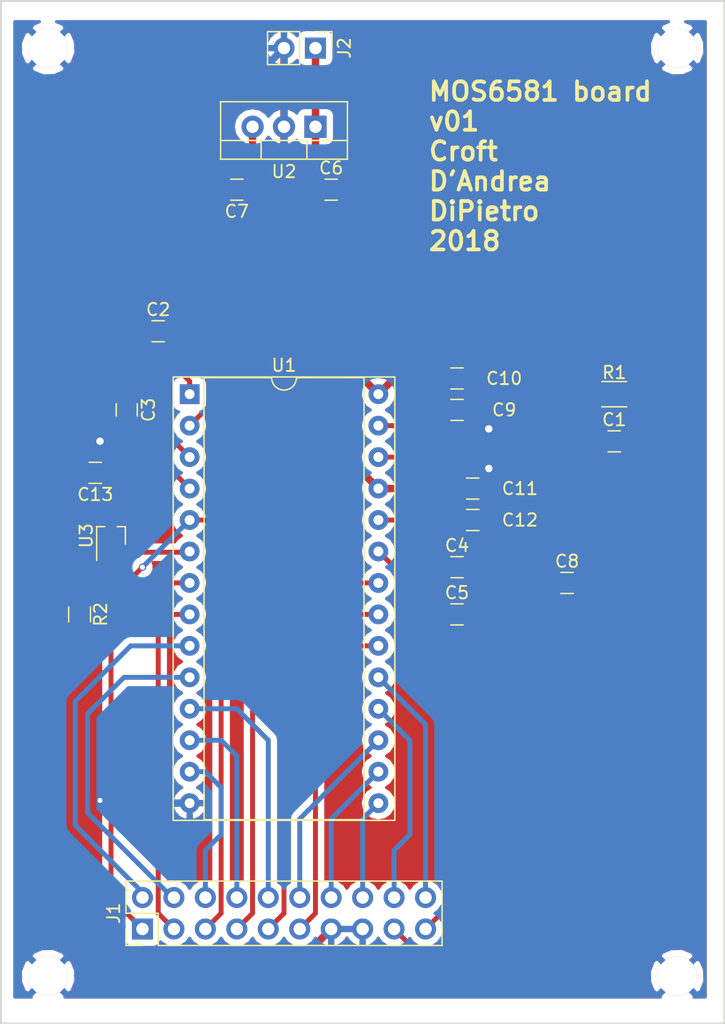
<source format=kicad_pcb>
(kicad_pcb (version 4) (host pcbnew 4.0.7)

  (general
    (links 60)
    (no_connects 0)
    (area 12.032857 12.564284 81.947143 99.255)
    (thickness 1.6)
    (drawings 5)
    (tracks 152)
    (zones 0)
    (modules 24)
    (nets 31)
  )

  (page A4)
  (title_block
    (title MOS6581Board)
    (date 2018-10-28)
    (rev v01)
    (comment 4 "Author: Dan D'Andrea")
  )

  (layers
    (0 F.Cu signal)
    (31 B.Cu signal)
    (33 F.Adhes user)
    (35 F.Paste user)
    (37 F.SilkS user)
    (39 F.Mask user)
    (40 Dwgs.User user)
    (41 Cmts.User user)
    (42 Eco1.User user)
    (43 Eco2.User user)
    (44 Edge.Cuts user)
    (45 Margin user)
    (47 F.CrtYd user)
    (49 F.Fab user hide)
  )

  (setup
    (last_trace_width 0.6)
    (user_trace_width 0.25)
    (user_trace_width 0.4)
    (user_trace_width 0.6)
    (trace_clearance 0.2)
    (zone_clearance 0.508)
    (zone_45_only no)
    (trace_min 0.2)
    (segment_width 0.2)
    (edge_width 0.15)
    (via_size 0.6)
    (via_drill 0.4)
    (via_min_size 0.4)
    (via_min_drill 0.3)
    (user_via 0.6 0.4)
    (user_via 0.8 0.6)
    (uvia_size 0.3)
    (uvia_drill 0.1)
    (uvias_allowed no)
    (uvia_min_size 0.2)
    (uvia_min_drill 0.1)
    (pcb_text_width 0.3)
    (pcb_text_size 1.5 1.5)
    (mod_edge_width 0.15)
    (mod_text_size 1 1)
    (mod_text_width 0.15)
    (pad_size 3.2 3.2)
    (pad_drill 3.2)
    (pad_to_mask_clearance 0.2)
    (aux_axis_origin 0 0)
    (grid_origin 17.78 97.79)
    (visible_elements 7FFEF7FF)
    (pcbplotparams
      (layerselection 0x090a8_80000001)
      (usegerberextensions false)
      (excludeedgelayer true)
      (linewidth 0.100000)
      (plotframeref false)
      (viasonmask false)
      (mode 1)
      (useauxorigin false)
      (hpglpennumber 1)
      (hpglpenspeed 20)
      (hpglpendiameter 15)
      (hpglpenoverlay 2)
      (psnegative false)
      (psa4output false)
      (plotreference true)
      (plotvalue true)
      (plotinvisibletext false)
      (padsonsilk false)
      (subtractmaskfromsilk false)
      (outputformat 1)
      (mirror false)
      (drillshape 0)
      (scaleselection 1)
      (outputdirectory Gerber/))
  )

  (net 0 "")
  (net 1 "Net-(C1-Pad1)")
  (net 2 /AUDIOOUT)
  (net 3 /CAP1A)
  (net 4 /CAP1B)
  (net 5 /CAP2A)
  (net 6 /CAP2B)
  (net 7 /POTX)
  (net 8 /POTY)
  (net 9 /EXTIN)
  (net 10 /~RES)
  (net 11 /A0)
  (net 12 /A1)
  (net 13 /A2)
  (net 14 /A3)
  (net 15 /A4)
  (net 16 /D0)
  (net 17 /D1)
  (net 18 /D2)
  (net 19 /D3)
  (net 20 /D4)
  (net 21 /D5)
  (net 22 /D6)
  (net 23 /D7)
  (net 24 /~RW)
  (net 25 /~CS)
  (net 26 GND)
  (net 27 +12V)
  (net 28 +5V)
  (net 29 /_EXTIN)
  (net 30 /CLOCK)

  (net_class Default "This is the default net class."
    (clearance 0.2)
    (trace_width 0.25)
    (via_dia 0.6)
    (via_drill 0.4)
    (uvia_dia 0.3)
    (uvia_drill 0.1)
    (add_net +12V)
    (add_net +5V)
    (add_net /A0)
    (add_net /A1)
    (add_net /A2)
    (add_net /A3)
    (add_net /A4)
    (add_net /AUDIOOUT)
    (add_net /CAP1A)
    (add_net /CAP1B)
    (add_net /CAP2A)
    (add_net /CAP2B)
    (add_net /CLOCK)
    (add_net /D0)
    (add_net /D1)
    (add_net /D2)
    (add_net /D3)
    (add_net /D4)
    (add_net /D5)
    (add_net /D6)
    (add_net /D7)
    (add_net /EXTIN)
    (add_net /POTX)
    (add_net /POTY)
    (add_net /_EXTIN)
    (add_net /~CS)
    (add_net /~RES)
    (add_net /~RW)
    (add_net GND)
    (add_net "Net-(C1-Pad1)")
  )

  (module Mounting_Holes:MountingHole_3.2mm_M3 (layer F.Cu) (tedit 5BE76B5D) (tstamp 5BE76985)
    (at 72.39 93.98)
    (descr "Mounting Hole 3.2mm, no annular, M3")
    (tags "mounting hole 3.2mm no annular m3")
    (attr virtual)
    (fp_text reference REF** (at 0 -4.2) (layer F.SilkS) hide
      (effects (font (size 1 1) (thickness 0.15)))
    )
    (fp_text value MountingHole_3.2mm_M3 (at 0 4.2) (layer F.Fab)
      (effects (font (size 1 1) (thickness 0.15)))
    )
    (fp_text user %R (at 0.3 0) (layer F.Fab)
      (effects (font (size 1 1) (thickness 0.15)))
    )
    (fp_circle (center 0 0) (end 3.2 0) (layer Cmts.User) (width 0.15))
    (fp_circle (center 0 0) (end 3.45 0) (layer F.CrtYd) (width 0.05))
    (pad 1 thru_hole circle (at 0 0) (size 3.2 3.2) (drill 3.2) (layers *.Cu *.Mask)
      (net 26 GND))
  )

  (module Mounting_Holes:MountingHole_3.2mm_M3 (layer F.Cu) (tedit 5BE76B7D) (tstamp 5BE7697E)
    (at 21.59 19.05)
    (descr "Mounting Hole 3.2mm, no annular, M3")
    (tags "mounting hole 3.2mm no annular m3")
    (attr virtual)
    (fp_text reference REF** (at 0 -4.2) (layer F.SilkS) hide
      (effects (font (size 1 1) (thickness 0.15)))
    )
    (fp_text value MountingHole_3.2mm_M3 (at 0 4.2) (layer F.Fab)
      (effects (font (size 1 1) (thickness 0.15)))
    )
    (fp_text user %R (at 0.3 0) (layer F.Fab)
      (effects (font (size 1 1) (thickness 0.15)))
    )
    (fp_circle (center 0 0) (end 3.2 0) (layer Cmts.User) (width 0.15))
    (fp_circle (center 0 0) (end 3.45 0) (layer F.CrtYd) (width 0.05))
    (pad 1 thru_hole circle (at 0 0) (size 3.2 3.2) (drill 3.2) (layers *.Cu *.Mask)
      (net 26 GND))
  )

  (module Mounting_Holes:MountingHole_3.2mm_M3 (layer F.Cu) (tedit 5BE76B81) (tstamp 5BE76977)
    (at 72.39 19.05)
    (descr "Mounting Hole 3.2mm, no annular, M3")
    (tags "mounting hole 3.2mm no annular m3")
    (attr virtual)
    (fp_text reference REF** (at 0 -4.2) (layer F.SilkS) hide
      (effects (font (size 1 1) (thickness 0.15)))
    )
    (fp_text value MountingHole_3.2mm_M3 (at 0 4.2) (layer F.Fab)
      (effects (font (size 1 1) (thickness 0.15)))
    )
    (fp_text user %R (at 0.3 0) (layer F.Fab)
      (effects (font (size 1 1) (thickness 0.15)))
    )
    (fp_circle (center 0 0) (end 3.2 0) (layer Cmts.User) (width 0.15))
    (fp_circle (center 0 0) (end 3.45 0) (layer F.CrtYd) (width 0.05))
    (pad 1 thru_hole circle (at 0 0) (size 3.2 3.2) (drill 3.2) (layers *.Cu *.Mask)
      (net 26 GND))
  )

  (module Pin_Headers:Pin_Header_Straight_2x10_Pitch2.54mm (layer F.Cu) (tedit 59650532) (tstamp 5BD5452B)
    (at 29.21 90.17 90)
    (descr "Through hole straight pin header, 2x10, 2.54mm pitch, double rows")
    (tags "Through hole pin header THT 2x10 2.54mm double row")
    (path /5BE79BE6)
    (fp_text reference J1 (at 1.27 -2.33 90) (layer F.SilkS)
      (effects (font (size 1 1) (thickness 0.15)))
    )
    (fp_text value "Board connector" (at 1.27 25.19 90) (layer F.Fab)
      (effects (font (size 1 1) (thickness 0.15)))
    )
    (fp_line (start 0 -1.27) (end 3.81 -1.27) (layer F.Fab) (width 0.1))
    (fp_line (start 3.81 -1.27) (end 3.81 24.13) (layer F.Fab) (width 0.1))
    (fp_line (start 3.81 24.13) (end -1.27 24.13) (layer F.Fab) (width 0.1))
    (fp_line (start -1.27 24.13) (end -1.27 0) (layer F.Fab) (width 0.1))
    (fp_line (start -1.27 0) (end 0 -1.27) (layer F.Fab) (width 0.1))
    (fp_line (start -1.33 24.19) (end 3.87 24.19) (layer F.SilkS) (width 0.12))
    (fp_line (start -1.33 1.27) (end -1.33 24.19) (layer F.SilkS) (width 0.12))
    (fp_line (start 3.87 -1.33) (end 3.87 24.19) (layer F.SilkS) (width 0.12))
    (fp_line (start -1.33 1.27) (end 1.27 1.27) (layer F.SilkS) (width 0.12))
    (fp_line (start 1.27 1.27) (end 1.27 -1.33) (layer F.SilkS) (width 0.12))
    (fp_line (start 1.27 -1.33) (end 3.87 -1.33) (layer F.SilkS) (width 0.12))
    (fp_line (start -1.33 0) (end -1.33 -1.33) (layer F.SilkS) (width 0.12))
    (fp_line (start -1.33 -1.33) (end 0 -1.33) (layer F.SilkS) (width 0.12))
    (fp_line (start -1.8 -1.8) (end -1.8 24.65) (layer F.CrtYd) (width 0.05))
    (fp_line (start -1.8 24.65) (end 4.35 24.65) (layer F.CrtYd) (width 0.05))
    (fp_line (start 4.35 24.65) (end 4.35 -1.8) (layer F.CrtYd) (width 0.05))
    (fp_line (start 4.35 -1.8) (end -1.8 -1.8) (layer F.CrtYd) (width 0.05))
    (fp_text user %R (at 1.27 11.43 180) (layer F.Fab)
      (effects (font (size 1 1) (thickness 0.15)))
    )
    (pad 1 thru_hole rect (at 0 0 90) (size 1.7 1.7) (drill 1) (layers *.Cu *.Mask)
      (net 24 /~RW))
    (pad 2 thru_hole oval (at 2.54 0 90) (size 1.7 1.7) (drill 1) (layers *.Cu *.Mask)
      (net 11 /A0))
    (pad 3 thru_hole oval (at 0 2.54 90) (size 1.7 1.7) (drill 1) (layers *.Cu *.Mask)
      (net 25 /~CS))
    (pad 4 thru_hole oval (at 2.54 2.54 90) (size 1.7 1.7) (drill 1) (layers *.Cu *.Mask)
      (net 12 /A1))
    (pad 5 thru_hole oval (at 0 5.08 90) (size 1.7 1.7) (drill 1) (layers *.Cu *.Mask)
      (net 10 /~RES))
    (pad 6 thru_hole oval (at 2.54 5.08 90) (size 1.7 1.7) (drill 1) (layers *.Cu *.Mask)
      (net 15 /A4))
    (pad 7 thru_hole oval (at 0 7.62 90) (size 1.7 1.7) (drill 1) (layers *.Cu *.Mask)
      (net 23 /D7))
    (pad 8 thru_hole oval (at 2.54 7.62 90) (size 1.7 1.7) (drill 1) (layers *.Cu *.Mask)
      (net 14 /A3))
    (pad 9 thru_hole oval (at 0 10.16 90) (size 1.7 1.7) (drill 1) (layers *.Cu *.Mask)
      (net 22 /D6))
    (pad 10 thru_hole oval (at 2.54 10.16 90) (size 1.7 1.7) (drill 1) (layers *.Cu *.Mask)
      (net 13 /A2))
    (pad 11 thru_hole oval (at 0 12.7 90) (size 1.7 1.7) (drill 1) (layers *.Cu *.Mask)
      (net 21 /D5))
    (pad 12 thru_hole oval (at 2.54 12.7 90) (size 1.7 1.7) (drill 1) (layers *.Cu *.Mask)
      (net 18 /D2))
    (pad 13 thru_hole oval (at 0 15.24 90) (size 1.7 1.7) (drill 1) (layers *.Cu *.Mask)
      (net 26 GND))
    (pad 14 thru_hole oval (at 2.54 15.24 90) (size 1.7 1.7) (drill 1) (layers *.Cu *.Mask)
      (net 17 /D1))
    (pad 15 thru_hole oval (at 0 17.78 90) (size 1.7 1.7) (drill 1) (layers *.Cu *.Mask)
      (net 26 GND))
    (pad 16 thru_hole oval (at 2.54 17.78 90) (size 1.7 1.7) (drill 1) (layers *.Cu *.Mask)
      (net 16 /D0))
    (pad 17 thru_hole oval (at 0 20.32 90) (size 1.7 1.7) (drill 1) (layers *.Cu *.Mask)
      (net 2 /AUDIOOUT))
    (pad 18 thru_hole oval (at 2.54 20.32 90) (size 1.7 1.7) (drill 1) (layers *.Cu *.Mask)
      (net 19 /D3))
    (pad 19 thru_hole oval (at 0 22.86 90) (size 1.7 1.7) (drill 1) (layers *.Cu *.Mask)
      (net 9 /EXTIN))
    (pad 20 thru_hole oval (at 2.54 22.86 90) (size 1.7 1.7) (drill 1) (layers *.Cu *.Mask)
      (net 20 /D4))
    (model ${KISYS3DMOD}/Pin_Headers.3dshapes/Pin_Header_Straight_2x10_Pitch2.54mm.wrl
      (at (xyz 0 0 0))
      (scale (xyz 1 1 1))
      (rotate (xyz 0 0 0))
    )
  )

  (module Capacitors_SMD:C_1206 (layer F.Cu) (tedit 58AA84B8) (tstamp 5BD54538)
    (at 67.31 46.99)
    (descr "Capacitor SMD 1206, reflow soldering, AVX (see smccp.pdf)")
    (tags "capacitor 1206")
    (path /5BD51B42)
    (attr smd)
    (fp_text reference R1 (at 0 -1.75) (layer F.SilkS)
      (effects (font (size 1 1) (thickness 0.15)))
    )
    (fp_text value 1K (at 0 2) (layer F.Fab)
      (effects (font (size 1 1) (thickness 0.15)))
    )
    (fp_text user %R (at 0 -1.75) (layer F.Fab)
      (effects (font (size 1 1) (thickness 0.15)))
    )
    (fp_line (start -1.6 0.8) (end -1.6 -0.8) (layer F.Fab) (width 0.1))
    (fp_line (start 1.6 0.8) (end -1.6 0.8) (layer F.Fab) (width 0.1))
    (fp_line (start 1.6 -0.8) (end 1.6 0.8) (layer F.Fab) (width 0.1))
    (fp_line (start -1.6 -0.8) (end 1.6 -0.8) (layer F.Fab) (width 0.1))
    (fp_line (start 1 -1.02) (end -1 -1.02) (layer F.SilkS) (width 0.12))
    (fp_line (start -1 1.02) (end 1 1.02) (layer F.SilkS) (width 0.12))
    (fp_line (start -2.25 -1.05) (end 2.25 -1.05) (layer F.CrtYd) (width 0.05))
    (fp_line (start -2.25 -1.05) (end -2.25 1.05) (layer F.CrtYd) (width 0.05))
    (fp_line (start 2.25 1.05) (end 2.25 -1.05) (layer F.CrtYd) (width 0.05))
    (fp_line (start 2.25 1.05) (end -2.25 1.05) (layer F.CrtYd) (width 0.05))
    (pad 1 smd rect (at -1.5 0) (size 1 1.6) (layers F.Cu F.Paste F.Mask)
      (net 1 "Net-(C1-Pad1)"))
    (pad 2 smd rect (at 1.5 0) (size 1 1.6) (layers F.Cu F.Paste F.Mask)
      (net 26 GND))
    (model Capacitors_SMD.3dshapes/C_1206.wrl
      (at (xyz 0 0 0))
      (scale (xyz 1 1 1))
      (rotate (xyz 0 0 0))
    )
  )

  (module Housings_DIP:DIP-28_W15.24mm_Socket (layer F.Cu) (tedit 59C78D6C) (tstamp 5BD54558)
    (at 33.02 46.99)
    (descr "28-lead though-hole mounted DIP package, row spacing 15.24 mm (600 mils), Socket")
    (tags "THT DIP DIL PDIP 2.54mm 15.24mm 600mil Socket")
    (path /5BD50419)
    (fp_text reference U1 (at 7.62 -2.33) (layer F.SilkS)
      (effects (font (size 1 1) (thickness 0.15)))
    )
    (fp_text value MOS6581 (at 7.62 35.35) (layer F.Fab)
      (effects (font (size 1 1) (thickness 0.15)))
    )
    (fp_arc (start 7.62 -1.33) (end 6.62 -1.33) (angle -180) (layer F.SilkS) (width 0.12))
    (fp_line (start 1.255 -1.27) (end 14.985 -1.27) (layer F.Fab) (width 0.1))
    (fp_line (start 14.985 -1.27) (end 14.985 34.29) (layer F.Fab) (width 0.1))
    (fp_line (start 14.985 34.29) (end 0.255 34.29) (layer F.Fab) (width 0.1))
    (fp_line (start 0.255 34.29) (end 0.255 -0.27) (layer F.Fab) (width 0.1))
    (fp_line (start 0.255 -0.27) (end 1.255 -1.27) (layer F.Fab) (width 0.1))
    (fp_line (start -1.27 -1.33) (end -1.27 34.35) (layer F.Fab) (width 0.1))
    (fp_line (start -1.27 34.35) (end 16.51 34.35) (layer F.Fab) (width 0.1))
    (fp_line (start 16.51 34.35) (end 16.51 -1.33) (layer F.Fab) (width 0.1))
    (fp_line (start 16.51 -1.33) (end -1.27 -1.33) (layer F.Fab) (width 0.1))
    (fp_line (start 6.62 -1.33) (end 1.16 -1.33) (layer F.SilkS) (width 0.12))
    (fp_line (start 1.16 -1.33) (end 1.16 34.35) (layer F.SilkS) (width 0.12))
    (fp_line (start 1.16 34.35) (end 14.08 34.35) (layer F.SilkS) (width 0.12))
    (fp_line (start 14.08 34.35) (end 14.08 -1.33) (layer F.SilkS) (width 0.12))
    (fp_line (start 14.08 -1.33) (end 8.62 -1.33) (layer F.SilkS) (width 0.12))
    (fp_line (start -1.33 -1.39) (end -1.33 34.41) (layer F.SilkS) (width 0.12))
    (fp_line (start -1.33 34.41) (end 16.57 34.41) (layer F.SilkS) (width 0.12))
    (fp_line (start 16.57 34.41) (end 16.57 -1.39) (layer F.SilkS) (width 0.12))
    (fp_line (start 16.57 -1.39) (end -1.33 -1.39) (layer F.SilkS) (width 0.12))
    (fp_line (start -1.55 -1.6) (end -1.55 34.65) (layer F.CrtYd) (width 0.05))
    (fp_line (start -1.55 34.65) (end 16.8 34.65) (layer F.CrtYd) (width 0.05))
    (fp_line (start 16.8 34.65) (end 16.8 -1.6) (layer F.CrtYd) (width 0.05))
    (fp_line (start 16.8 -1.6) (end -1.55 -1.6) (layer F.CrtYd) (width 0.05))
    (fp_text user %R (at 7.62 16.51) (layer F.Fab)
      (effects (font (size 1 1) (thickness 0.15)))
    )
    (pad 1 thru_hole rect (at 0 0) (size 1.6 1.6) (drill 0.8) (layers *.Cu *.Mask)
      (net 3 /CAP1A))
    (pad 15 thru_hole oval (at 15.24 33.02) (size 1.6 1.6) (drill 0.8) (layers *.Cu *.Mask)
      (net 16 /D0))
    (pad 2 thru_hole oval (at 0 2.54) (size 1.6 1.6) (drill 0.8) (layers *.Cu *.Mask)
      (net 4 /CAP1B))
    (pad 16 thru_hole oval (at 15.24 30.48) (size 1.6 1.6) (drill 0.8) (layers *.Cu *.Mask)
      (net 17 /D1))
    (pad 3 thru_hole oval (at 0 5.08) (size 1.6 1.6) (drill 0.8) (layers *.Cu *.Mask)
      (net 5 /CAP2A))
    (pad 17 thru_hole oval (at 15.24 27.94) (size 1.6 1.6) (drill 0.8) (layers *.Cu *.Mask)
      (net 18 /D2))
    (pad 4 thru_hole oval (at 0 7.62) (size 1.6 1.6) (drill 0.8) (layers *.Cu *.Mask)
      (net 6 /CAP2B))
    (pad 18 thru_hole oval (at 15.24 25.4) (size 1.6 1.6) (drill 0.8) (layers *.Cu *.Mask)
      (net 19 /D3))
    (pad 5 thru_hole oval (at 0 10.16) (size 1.6 1.6) (drill 0.8) (layers *.Cu *.Mask)
      (net 10 /~RES))
    (pad 19 thru_hole oval (at 15.24 22.86) (size 1.6 1.6) (drill 0.8) (layers *.Cu *.Mask)
      (net 20 /D4))
    (pad 6 thru_hole oval (at 0 12.7) (size 1.6 1.6) (drill 0.8) (layers *.Cu *.Mask)
      (net 30 /CLOCK))
    (pad 20 thru_hole oval (at 15.24 20.32) (size 1.6 1.6) (drill 0.8) (layers *.Cu *.Mask)
      (net 21 /D5))
    (pad 7 thru_hole oval (at 0 15.24) (size 1.6 1.6) (drill 0.8) (layers *.Cu *.Mask)
      (net 24 /~RW))
    (pad 21 thru_hole oval (at 15.24 17.78) (size 1.6 1.6) (drill 0.8) (layers *.Cu *.Mask)
      (net 22 /D6))
    (pad 8 thru_hole oval (at 0 17.78) (size 1.6 1.6) (drill 0.8) (layers *.Cu *.Mask)
      (net 25 /~CS))
    (pad 22 thru_hole oval (at 15.24 15.24) (size 1.6 1.6) (drill 0.8) (layers *.Cu *.Mask)
      (net 23 /D7))
    (pad 9 thru_hole oval (at 0 20.32) (size 1.6 1.6) (drill 0.8) (layers *.Cu *.Mask)
      (net 11 /A0))
    (pad 23 thru_hole oval (at 15.24 12.7) (size 1.6 1.6) (drill 0.8) (layers *.Cu *.Mask)
      (net 8 /POTY))
    (pad 10 thru_hole oval (at 0 22.86) (size 1.6 1.6) (drill 0.8) (layers *.Cu *.Mask)
      (net 12 /A1))
    (pad 24 thru_hole oval (at 15.24 10.16) (size 1.6 1.6) (drill 0.8) (layers *.Cu *.Mask)
      (net 7 /POTX))
    (pad 11 thru_hole oval (at 0 25.4) (size 1.6 1.6) (drill 0.8) (layers *.Cu *.Mask)
      (net 13 /A2))
    (pad 25 thru_hole oval (at 15.24 7.62) (size 1.6 1.6) (drill 0.8) (layers *.Cu *.Mask)
      (net 28 +5V))
    (pad 12 thru_hole oval (at 0 27.94) (size 1.6 1.6) (drill 0.8) (layers *.Cu *.Mask)
      (net 14 /A3))
    (pad 26 thru_hole oval (at 15.24 5.08) (size 1.6 1.6) (drill 0.8) (layers *.Cu *.Mask)
      (net 29 /_EXTIN))
    (pad 13 thru_hole oval (at 0 30.48) (size 1.6 1.6) (drill 0.8) (layers *.Cu *.Mask)
      (net 15 /A4))
    (pad 27 thru_hole oval (at 15.24 2.54) (size 1.6 1.6) (drill 0.8) (layers *.Cu *.Mask)
      (net 1 "Net-(C1-Pad1)"))
    (pad 14 thru_hole oval (at 0 33.02) (size 1.6 1.6) (drill 0.8) (layers *.Cu *.Mask)
      (net 26 GND))
    (pad 28 thru_hole oval (at 15.24 0) (size 1.6 1.6) (drill 0.8) (layers *.Cu *.Mask)
      (net 27 +12V))
    (model ${KISYS3DMOD}/Housings_DIP.3dshapes/DIP-28_W15.24mm_Socket.wrl
      (at (xyz 0 0 0))
      (scale (xyz 1 1 1))
      (rotate (xyz 0 0 0))
    )
  )

  (module Capacitors_SMD:C_0805_HandSoldering (layer F.Cu) (tedit 58AA84A8) (tstamp 5BD79BA0)
    (at 44.45 30.48)
    (descr "Capacitor SMD 0805, hand soldering")
    (tags "capacitor 0805")
    (path /5BD79563)
    (attr smd)
    (fp_text reference C6 (at 0 -1.75) (layer F.SilkS)
      (effects (font (size 1 1) (thickness 0.15)))
    )
    (fp_text value 0.1uF (at 0 1.75) (layer F.Fab)
      (effects (font (size 1 1) (thickness 0.15)))
    )
    (fp_text user %R (at 0 -1.75) (layer F.Fab)
      (effects (font (size 1 1) (thickness 0.15)))
    )
    (fp_line (start -1 0.62) (end -1 -0.62) (layer F.Fab) (width 0.1))
    (fp_line (start 1 0.62) (end -1 0.62) (layer F.Fab) (width 0.1))
    (fp_line (start 1 -0.62) (end 1 0.62) (layer F.Fab) (width 0.1))
    (fp_line (start -1 -0.62) (end 1 -0.62) (layer F.Fab) (width 0.1))
    (fp_line (start 0.5 -0.85) (end -0.5 -0.85) (layer F.SilkS) (width 0.12))
    (fp_line (start -0.5 0.85) (end 0.5 0.85) (layer F.SilkS) (width 0.12))
    (fp_line (start -2.25 -0.88) (end 2.25 -0.88) (layer F.CrtYd) (width 0.05))
    (fp_line (start -2.25 -0.88) (end -2.25 0.87) (layer F.CrtYd) (width 0.05))
    (fp_line (start 2.25 0.87) (end 2.25 -0.88) (layer F.CrtYd) (width 0.05))
    (fp_line (start 2.25 0.87) (end -2.25 0.87) (layer F.CrtYd) (width 0.05))
    (pad 1 smd rect (at -1.25 0) (size 1.5 1.25) (layers F.Cu F.Paste F.Mask)
      (net 26 GND))
    (pad 2 smd rect (at 1.25 0) (size 1.5 1.25) (layers F.Cu F.Paste F.Mask)
      (net 27 +12V))
    (model Capacitors_SMD.3dshapes/C_0805.wrl
      (at (xyz 0 0 0))
      (scale (xyz 1 1 1))
      (rotate (xyz 0 0 0))
    )
  )

  (module Capacitors_SMD:C_0805_HandSoldering (layer F.Cu) (tedit 58AA84A8) (tstamp 5BD79BB1)
    (at 36.83 30.48 180)
    (descr "Capacitor SMD 0805, hand soldering")
    (tags "capacitor 0805")
    (path /5BD7996F)
    (attr smd)
    (fp_text reference C7 (at 0 -1.75 180) (layer F.SilkS)
      (effects (font (size 1 1) (thickness 0.15)))
    )
    (fp_text value 0.1uF (at 0 1.75 180) (layer F.Fab)
      (effects (font (size 1 1) (thickness 0.15)))
    )
    (fp_text user %R (at 0 -1.75 180) (layer F.Fab)
      (effects (font (size 1 1) (thickness 0.15)))
    )
    (fp_line (start -1 0.62) (end -1 -0.62) (layer F.Fab) (width 0.1))
    (fp_line (start 1 0.62) (end -1 0.62) (layer F.Fab) (width 0.1))
    (fp_line (start 1 -0.62) (end 1 0.62) (layer F.Fab) (width 0.1))
    (fp_line (start -1 -0.62) (end 1 -0.62) (layer F.Fab) (width 0.1))
    (fp_line (start 0.5 -0.85) (end -0.5 -0.85) (layer F.SilkS) (width 0.12))
    (fp_line (start -0.5 0.85) (end 0.5 0.85) (layer F.SilkS) (width 0.12))
    (fp_line (start -2.25 -0.88) (end 2.25 -0.88) (layer F.CrtYd) (width 0.05))
    (fp_line (start -2.25 -0.88) (end -2.25 0.87) (layer F.CrtYd) (width 0.05))
    (fp_line (start 2.25 0.87) (end 2.25 -0.88) (layer F.CrtYd) (width 0.05))
    (fp_line (start 2.25 0.87) (end -2.25 0.87) (layer F.CrtYd) (width 0.05))
    (pad 1 smd rect (at -1.25 0 180) (size 1.5 1.25) (layers F.Cu F.Paste F.Mask)
      (net 26 GND))
    (pad 2 smd rect (at 1.25 0 180) (size 1.5 1.25) (layers F.Cu F.Paste F.Mask)
      (net 28 +5V))
    (model Capacitors_SMD.3dshapes/C_0805.wrl
      (at (xyz 0 0 0))
      (scale (xyz 1 1 1))
      (rotate (xyz 0 0 0))
    )
  )

  (module Pin_Headers:Pin_Header_Straight_1x02_Pitch2.54mm (layer F.Cu) (tedit 59650532) (tstamp 5BD79BC3)
    (at 43.18 19.05 270)
    (descr "Through hole straight pin header, 1x02, 2.54mm pitch, single row")
    (tags "Through hole pin header THT 1x02 2.54mm single row")
    (path /5BD7AF48)
    (fp_text reference J2 (at 0 -2.33 270) (layer F.SilkS)
      (effects (font (size 1 1) (thickness 0.15)))
    )
    (fp_text value "Power connector" (at 0 4.87 270) (layer F.Fab)
      (effects (font (size 1 1) (thickness 0.15)))
    )
    (fp_line (start -0.635 -1.27) (end 1.27 -1.27) (layer F.Fab) (width 0.1))
    (fp_line (start 1.27 -1.27) (end 1.27 3.81) (layer F.Fab) (width 0.1))
    (fp_line (start 1.27 3.81) (end -1.27 3.81) (layer F.Fab) (width 0.1))
    (fp_line (start -1.27 3.81) (end -1.27 -0.635) (layer F.Fab) (width 0.1))
    (fp_line (start -1.27 -0.635) (end -0.635 -1.27) (layer F.Fab) (width 0.1))
    (fp_line (start -1.33 3.87) (end 1.33 3.87) (layer F.SilkS) (width 0.12))
    (fp_line (start -1.33 1.27) (end -1.33 3.87) (layer F.SilkS) (width 0.12))
    (fp_line (start 1.33 1.27) (end 1.33 3.87) (layer F.SilkS) (width 0.12))
    (fp_line (start -1.33 1.27) (end 1.33 1.27) (layer F.SilkS) (width 0.12))
    (fp_line (start -1.33 0) (end -1.33 -1.33) (layer F.SilkS) (width 0.12))
    (fp_line (start -1.33 -1.33) (end 0 -1.33) (layer F.SilkS) (width 0.12))
    (fp_line (start -1.8 -1.8) (end -1.8 4.35) (layer F.CrtYd) (width 0.05))
    (fp_line (start -1.8 4.35) (end 1.8 4.35) (layer F.CrtYd) (width 0.05))
    (fp_line (start 1.8 4.35) (end 1.8 -1.8) (layer F.CrtYd) (width 0.05))
    (fp_line (start 1.8 -1.8) (end -1.8 -1.8) (layer F.CrtYd) (width 0.05))
    (fp_text user %R (at 0 1.27 360) (layer F.Fab)
      (effects (font (size 1 1) (thickness 0.15)))
    )
    (pad 1 thru_hole rect (at 0 0 270) (size 1.7 1.7) (drill 1) (layers *.Cu *.Mask)
      (net 27 +12V))
    (pad 2 thru_hole oval (at 0 2.54 270) (size 1.7 1.7) (drill 1) (layers *.Cu *.Mask)
      (net 26 GND))
    (model ${KISYS3DMOD}/Pin_Headers.3dshapes/Pin_Header_Straight_1x02_Pitch2.54mm.wrl
      (at (xyz 0 0 0))
      (scale (xyz 1 1 1))
      (rotate (xyz 0 0 0))
    )
  )

  (module TO_SOT_Packages_THT:TO-220-3_Vertical (layer F.Cu) (tedit 58CE52AD) (tstamp 5BD79BCE)
    (at 43.18 25.4 180)
    (descr "TO-220-3, Vertical, RM 2.54mm")
    (tags "TO-220-3 Vertical RM 2.54mm")
    (path /5BD794E0)
    (fp_text reference U2 (at 2.54 -3.62 180) (layer F.SilkS)
      (effects (font (size 1 1) (thickness 0.15)))
    )
    (fp_text value LM7805_TO220 (at 2.54 3.92 180) (layer F.Fab)
      (effects (font (size 1 1) (thickness 0.15)))
    )
    (fp_text user %R (at 2.54 -3.62 180) (layer F.Fab)
      (effects (font (size 1 1) (thickness 0.15)))
    )
    (fp_line (start -2.46 -2.5) (end -2.46 1.9) (layer F.Fab) (width 0.1))
    (fp_line (start -2.46 1.9) (end 7.54 1.9) (layer F.Fab) (width 0.1))
    (fp_line (start 7.54 1.9) (end 7.54 -2.5) (layer F.Fab) (width 0.1))
    (fp_line (start 7.54 -2.5) (end -2.46 -2.5) (layer F.Fab) (width 0.1))
    (fp_line (start -2.46 -1.23) (end 7.54 -1.23) (layer F.Fab) (width 0.1))
    (fp_line (start 0.69 -2.5) (end 0.69 -1.23) (layer F.Fab) (width 0.1))
    (fp_line (start 4.39 -2.5) (end 4.39 -1.23) (layer F.Fab) (width 0.1))
    (fp_line (start -2.58 -2.62) (end 7.66 -2.62) (layer F.SilkS) (width 0.12))
    (fp_line (start -2.58 2.021) (end 7.66 2.021) (layer F.SilkS) (width 0.12))
    (fp_line (start -2.58 -2.62) (end -2.58 2.021) (layer F.SilkS) (width 0.12))
    (fp_line (start 7.66 -2.62) (end 7.66 2.021) (layer F.SilkS) (width 0.12))
    (fp_line (start -2.58 -1.11) (end 7.66 -1.11) (layer F.SilkS) (width 0.12))
    (fp_line (start 0.69 -2.62) (end 0.69 -1.11) (layer F.SilkS) (width 0.12))
    (fp_line (start 4.391 -2.62) (end 4.391 -1.11) (layer F.SilkS) (width 0.12))
    (fp_line (start -2.71 -2.75) (end -2.71 2.16) (layer F.CrtYd) (width 0.05))
    (fp_line (start -2.71 2.16) (end 7.79 2.16) (layer F.CrtYd) (width 0.05))
    (fp_line (start 7.79 2.16) (end 7.79 -2.75) (layer F.CrtYd) (width 0.05))
    (fp_line (start 7.79 -2.75) (end -2.71 -2.75) (layer F.CrtYd) (width 0.05))
    (pad 1 thru_hole rect (at 0 0 180) (size 1.8 1.8) (drill 1) (layers *.Cu *.Mask)
      (net 27 +12V))
    (pad 2 thru_hole oval (at 2.54 0 180) (size 1.8 1.8) (drill 1) (layers *.Cu *.Mask)
      (net 26 GND))
    (pad 3 thru_hole oval (at 5.08 0 180) (size 1.8 1.8) (drill 1) (layers *.Cu *.Mask)
      (net 28 +5V))
    (model ${KISYS3DMOD}/TO_SOT_Packages_THT.3dshapes/TO-220-3_Vertical.wrl
      (at (xyz 0.1 0 0))
      (scale (xyz 0.393701 0.393701 0.393701))
      (rotate (xyz 0 0 0))
    )
  )

  (module Capacitors_SMD:C_0805_HandSoldering (layer F.Cu) (tedit 5BD79EA9) (tstamp 5BD79D1C)
    (at 54.61 48.26 180)
    (descr "Capacitor SMD 0805, hand soldering")
    (tags "capacitor 0805")
    (path /5BD7FC05)
    (attr smd)
    (fp_text reference C9 (at -3.81 0 180) (layer F.SilkS)
      (effects (font (size 1 1) (thickness 0.15)))
    )
    (fp_text value 10uF (at 0 1.75 180) (layer F.Fab)
      (effects (font (size 1 1) (thickness 0.15)))
    )
    (fp_text user %R (at 3.81 0 180) (layer F.Fab)
      (effects (font (size 1 1) (thickness 0.15)))
    )
    (fp_line (start -1 0.62) (end -1 -0.62) (layer F.Fab) (width 0.1))
    (fp_line (start 1 0.62) (end -1 0.62) (layer F.Fab) (width 0.1))
    (fp_line (start 1 -0.62) (end 1 0.62) (layer F.Fab) (width 0.1))
    (fp_line (start -1 -0.62) (end 1 -0.62) (layer F.Fab) (width 0.1))
    (fp_line (start 0.5 -0.85) (end -0.5 -0.85) (layer F.SilkS) (width 0.12))
    (fp_line (start -0.5 0.85) (end 0.5 0.85) (layer F.SilkS) (width 0.12))
    (fp_line (start -2.25 -0.88) (end 2.25 -0.88) (layer F.CrtYd) (width 0.05))
    (fp_line (start -2.25 -0.88) (end -2.25 0.87) (layer F.CrtYd) (width 0.05))
    (fp_line (start 2.25 0.87) (end 2.25 -0.88) (layer F.CrtYd) (width 0.05))
    (fp_line (start 2.25 0.87) (end -2.25 0.87) (layer F.CrtYd) (width 0.05))
    (pad 1 smd rect (at -1.25 0 180) (size 1.5 1.25) (layers F.Cu F.Paste F.Mask)
      (net 26 GND))
    (pad 2 smd rect (at 1.25 0 180) (size 1.5 1.25) (layers F.Cu F.Paste F.Mask)
      (net 27 +12V))
    (model Capacitors_SMD.3dshapes/C_0805.wrl
      (at (xyz 0 0 0))
      (scale (xyz 1 1 1))
      (rotate (xyz 0 0 0))
    )
  )

  (module Capacitors_SMD:C_0805_HandSoldering (layer F.Cu) (tedit 5BD79EAD) (tstamp 5BD79D2D)
    (at 54.61 45.72 180)
    (descr "Capacitor SMD 0805, hand soldering")
    (tags "capacitor 0805")
    (path /5BD7F315)
    (attr smd)
    (fp_text reference C10 (at -3.81 0 180) (layer F.SilkS)
      (effects (font (size 1 1) (thickness 0.15)))
    )
    (fp_text value 0.1uF (at 5.08 0 180) (layer F.Fab)
      (effects (font (size 1 1) (thickness 0.15)))
    )
    (fp_text user %R (at 0 -1.75 180) (layer F.Fab)
      (effects (font (size 1 1) (thickness 0.15)))
    )
    (fp_line (start -1 0.62) (end -1 -0.62) (layer F.Fab) (width 0.1))
    (fp_line (start 1 0.62) (end -1 0.62) (layer F.Fab) (width 0.1))
    (fp_line (start 1 -0.62) (end 1 0.62) (layer F.Fab) (width 0.1))
    (fp_line (start -1 -0.62) (end 1 -0.62) (layer F.Fab) (width 0.1))
    (fp_line (start 0.5 -0.85) (end -0.5 -0.85) (layer F.SilkS) (width 0.12))
    (fp_line (start -0.5 0.85) (end 0.5 0.85) (layer F.SilkS) (width 0.12))
    (fp_line (start -2.25 -0.88) (end 2.25 -0.88) (layer F.CrtYd) (width 0.05))
    (fp_line (start -2.25 -0.88) (end -2.25 0.87) (layer F.CrtYd) (width 0.05))
    (fp_line (start 2.25 0.87) (end 2.25 -0.88) (layer F.CrtYd) (width 0.05))
    (fp_line (start 2.25 0.87) (end -2.25 0.87) (layer F.CrtYd) (width 0.05))
    (pad 1 smd rect (at -1.25 0 180) (size 1.5 1.25) (layers F.Cu F.Paste F.Mask)
      (net 26 GND))
    (pad 2 smd rect (at 1.25 0 180) (size 1.5 1.25) (layers F.Cu F.Paste F.Mask)
      (net 27 +12V))
    (model Capacitors_SMD.3dshapes/C_0805.wrl
      (at (xyz 0 0 0))
      (scale (xyz 1 1 1))
      (rotate (xyz 0 0 0))
    )
  )

  (module Capacitors_SMD:C_0805_HandSoldering (layer F.Cu) (tedit 5BD79F10) (tstamp 5BD79D3E)
    (at 55.88 54.61 180)
    (descr "Capacitor SMD 0805, hand soldering")
    (tags "capacitor 0805")
    (path /5BD7F35B)
    (attr smd)
    (fp_text reference C11 (at -3.81 0 180) (layer F.SilkS)
      (effects (font (size 1 1) (thickness 0.15)))
    )
    (fp_text value 0.1uF (at 0 1.75 180) (layer F.Fab)
      (effects (font (size 1 1) (thickness 0.15)))
    )
    (fp_text user %R (at 0 -1.75 180) (layer F.Fab)
      (effects (font (size 1 1) (thickness 0.15)))
    )
    (fp_line (start -1 0.62) (end -1 -0.62) (layer F.Fab) (width 0.1))
    (fp_line (start 1 0.62) (end -1 0.62) (layer F.Fab) (width 0.1))
    (fp_line (start 1 -0.62) (end 1 0.62) (layer F.Fab) (width 0.1))
    (fp_line (start -1 -0.62) (end 1 -0.62) (layer F.Fab) (width 0.1))
    (fp_line (start 0.5 -0.85) (end -0.5 -0.85) (layer F.SilkS) (width 0.12))
    (fp_line (start -0.5 0.85) (end 0.5 0.85) (layer F.SilkS) (width 0.12))
    (fp_line (start -2.25 -0.88) (end 2.25 -0.88) (layer F.CrtYd) (width 0.05))
    (fp_line (start -2.25 -0.88) (end -2.25 0.87) (layer F.CrtYd) (width 0.05))
    (fp_line (start 2.25 0.87) (end 2.25 -0.88) (layer F.CrtYd) (width 0.05))
    (fp_line (start 2.25 0.87) (end -2.25 0.87) (layer F.CrtYd) (width 0.05))
    (pad 1 smd rect (at -1.25 0 180) (size 1.5 1.25) (layers F.Cu F.Paste F.Mask)
      (net 26 GND))
    (pad 2 smd rect (at 1.25 0 180) (size 1.5 1.25) (layers F.Cu F.Paste F.Mask)
      (net 28 +5V))
    (model Capacitors_SMD.3dshapes/C_0805.wrl
      (at (xyz 0 0 0))
      (scale (xyz 1 1 1))
      (rotate (xyz 0 0 0))
    )
  )

  (module Capacitors_SMD:C_0805_HandSoldering (layer F.Cu) (tedit 5BD79F11) (tstamp 5BD79D4F)
    (at 55.88 57.15 180)
    (descr "Capacitor SMD 0805, hand soldering")
    (tags "capacitor 0805")
    (path /5BD7FB42)
    (attr smd)
    (fp_text reference C12 (at -3.81 0 180) (layer F.SilkS)
      (effects (font (size 1 1) (thickness 0.15)))
    )
    (fp_text value 10uF (at 0 1.75 180) (layer F.Fab)
      (effects (font (size 1 1) (thickness 0.15)))
    )
    (fp_text user %R (at 0 -1.75 180) (layer F.Fab)
      (effects (font (size 1 1) (thickness 0.15)))
    )
    (fp_line (start -1 0.62) (end -1 -0.62) (layer F.Fab) (width 0.1))
    (fp_line (start 1 0.62) (end -1 0.62) (layer F.Fab) (width 0.1))
    (fp_line (start 1 -0.62) (end 1 0.62) (layer F.Fab) (width 0.1))
    (fp_line (start -1 -0.62) (end 1 -0.62) (layer F.Fab) (width 0.1))
    (fp_line (start 0.5 -0.85) (end -0.5 -0.85) (layer F.SilkS) (width 0.12))
    (fp_line (start -0.5 0.85) (end 0.5 0.85) (layer F.SilkS) (width 0.12))
    (fp_line (start -2.25 -0.88) (end 2.25 -0.88) (layer F.CrtYd) (width 0.05))
    (fp_line (start -2.25 -0.88) (end -2.25 0.87) (layer F.CrtYd) (width 0.05))
    (fp_line (start 2.25 0.87) (end 2.25 -0.88) (layer F.CrtYd) (width 0.05))
    (fp_line (start 2.25 0.87) (end -2.25 0.87) (layer F.CrtYd) (width 0.05))
    (pad 1 smd rect (at -1.25 0 180) (size 1.5 1.25) (layers F.Cu F.Paste F.Mask)
      (net 26 GND))
    (pad 2 smd rect (at 1.25 0 180) (size 1.5 1.25) (layers F.Cu F.Paste F.Mask)
      (net 28 +5V))
    (model Capacitors_SMD.3dshapes/C_0805.wrl
      (at (xyz 0 0 0))
      (scale (xyz 1 1 1))
      (rotate (xyz 0 0 0))
    )
  )

  (module Capacitors_SMD:C_0805_HandSoldering (layer F.Cu) (tedit 58AA84A8) (tstamp 5BD8CFAA)
    (at 25.4 53.34 180)
    (descr "Capacitor SMD 0805, hand soldering")
    (tags "capacitor 0805")
    (path /5BE77D4C)
    (attr smd)
    (fp_text reference C13 (at 0 -1.75 180) (layer F.SilkS)
      (effects (font (size 1 1) (thickness 0.15)))
    )
    (fp_text value 0.1uF (at 0 1.75 180) (layer F.Fab)
      (effects (font (size 1 1) (thickness 0.15)))
    )
    (fp_text user %R (at 0 -1.75 180) (layer F.Fab)
      (effects (font (size 1 1) (thickness 0.15)))
    )
    (fp_line (start -1 0.62) (end -1 -0.62) (layer F.Fab) (width 0.1))
    (fp_line (start 1 0.62) (end -1 0.62) (layer F.Fab) (width 0.1))
    (fp_line (start 1 -0.62) (end 1 0.62) (layer F.Fab) (width 0.1))
    (fp_line (start -1 -0.62) (end 1 -0.62) (layer F.Fab) (width 0.1))
    (fp_line (start 0.5 -0.85) (end -0.5 -0.85) (layer F.SilkS) (width 0.12))
    (fp_line (start -0.5 0.85) (end 0.5 0.85) (layer F.SilkS) (width 0.12))
    (fp_line (start -2.25 -0.88) (end 2.25 -0.88) (layer F.CrtYd) (width 0.05))
    (fp_line (start -2.25 -0.88) (end -2.25 0.87) (layer F.CrtYd) (width 0.05))
    (fp_line (start 2.25 0.87) (end 2.25 -0.88) (layer F.CrtYd) (width 0.05))
    (fp_line (start 2.25 0.87) (end -2.25 0.87) (layer F.CrtYd) (width 0.05))
    (pad 1 smd rect (at -1.25 0 180) (size 1.5 1.25) (layers F.Cu F.Paste F.Mask)
      (net 26 GND))
    (pad 2 smd rect (at 1.25 0 180) (size 1.5 1.25) (layers F.Cu F.Paste F.Mask)
      (net 28 +5V))
    (model Capacitors_SMD.3dshapes/C_0805.wrl
      (at (xyz 0 0 0))
      (scale (xyz 1 1 1))
      (rotate (xyz 0 0 0))
    )
  )

  (module Resistors_SMD:R_0805_HandSoldering (layer F.Cu) (tedit 58E0A804) (tstamp 5BD8CFB0)
    (at 24.13 64.77 270)
    (descr "Resistor SMD 0805, hand soldering")
    (tags "resistor 0805")
    (path /5BD8E60F)
    (attr smd)
    (fp_text reference R2 (at 0 -1.7 270) (layer F.SilkS)
      (effects (font (size 1 1) (thickness 0.15)))
    )
    (fp_text value 47k (at 0 1.75 270) (layer F.Fab)
      (effects (font (size 1 1) (thickness 0.15)))
    )
    (fp_text user %R (at 0 0 270) (layer F.Fab)
      (effects (font (size 0.5 0.5) (thickness 0.075)))
    )
    (fp_line (start -1 0.62) (end -1 -0.62) (layer F.Fab) (width 0.1))
    (fp_line (start 1 0.62) (end -1 0.62) (layer F.Fab) (width 0.1))
    (fp_line (start 1 -0.62) (end 1 0.62) (layer F.Fab) (width 0.1))
    (fp_line (start -1 -0.62) (end 1 -0.62) (layer F.Fab) (width 0.1))
    (fp_line (start 0.6 0.88) (end -0.6 0.88) (layer F.SilkS) (width 0.12))
    (fp_line (start -0.6 -0.88) (end 0.6 -0.88) (layer F.SilkS) (width 0.12))
    (fp_line (start -2.35 -0.9) (end 2.35 -0.9) (layer F.CrtYd) (width 0.05))
    (fp_line (start -2.35 -0.9) (end -2.35 0.9) (layer F.CrtYd) (width 0.05))
    (fp_line (start 2.35 0.9) (end 2.35 -0.9) (layer F.CrtYd) (width 0.05))
    (fp_line (start 2.35 0.9) (end -2.35 0.9) (layer F.CrtYd) (width 0.05))
    (pad 1 smd rect (at -1.35 0 270) (size 1.5 1.3) (layers F.Cu F.Paste F.Mask)
      (net 28 +5V))
    (pad 2 smd rect (at 1.35 0 270) (size 1.5 1.3) (layers F.Cu F.Paste F.Mask)
      (net 10 /~RES))
    (model ${KISYS3DMOD}/Resistors_SMD.3dshapes/R_0805.wrl
      (at (xyz 0 0 0))
      (scale (xyz 1 1 1))
      (rotate (xyz 0 0 0))
    )
  )

  (module TO_SOT_Packages_SMD:SOT-323_SC-70_Handsoldering (layer F.Cu) (tedit 58CE4E7F) (tstamp 5BE7534E)
    (at 26.67 58.42 90)
    (descr "SOT-323, SC-70 Handsoldering")
    (tags "SOT-323 SC-70 Handsoldering")
    (path /5BE778CE)
    (attr smd)
    (fp_text reference U3 (at 0 -2 90) (layer F.SilkS)
      (effects (font (size 1 1) (thickness 0.15)))
    )
    (fp_text value MAX7375 (at 0 2.05 90) (layer F.Fab)
      (effects (font (size 1 1) (thickness 0.15)))
    )
    (fp_text user %R (at 0 0 180) (layer F.Fab)
      (effects (font (size 0.5 0.5) (thickness 0.075)))
    )
    (fp_line (start 0.735 0.5) (end 0.735 1.16) (layer F.SilkS) (width 0.12))
    (fp_line (start 0.735 -1.17) (end 0.735 -0.5) (layer F.SilkS) (width 0.12))
    (fp_line (start 2.4 1.3) (end -2.4 1.3) (layer F.CrtYd) (width 0.05))
    (fp_line (start 2.4 -1.3) (end 2.4 1.3) (layer F.CrtYd) (width 0.05))
    (fp_line (start -2.4 -1.3) (end 2.4 -1.3) (layer F.CrtYd) (width 0.05))
    (fp_line (start -2.4 1.3) (end -2.4 -1.3) (layer F.CrtYd) (width 0.05))
    (fp_line (start 0.735 -1.16) (end -2 -1.16) (layer F.SilkS) (width 0.12))
    (fp_line (start -0.675 1.16) (end 0.735 1.16) (layer F.SilkS) (width 0.12))
    (fp_line (start 0.675 -1.1) (end -0.175 -1.1) (layer F.Fab) (width 0.1))
    (fp_line (start -0.675 -0.6) (end -0.675 1.1) (layer F.Fab) (width 0.1))
    (fp_line (start 0.675 -1.1) (end 0.675 1.1) (layer F.Fab) (width 0.1))
    (fp_line (start 0.675 1.1) (end -0.675 1.1) (layer F.Fab) (width 0.1))
    (fp_line (start -0.175 -1.1) (end -0.675 -0.6) (layer F.Fab) (width 0.1))
    (pad 1 smd rect (at -1.33 -0.65) (size 0.45 1.5) (layers F.Cu F.Paste F.Mask)
      (net 28 +5V))
    (pad 2 smd rect (at -1.33 0.65) (size 0.45 1.5) (layers F.Cu F.Paste F.Mask)
      (net 30 /CLOCK))
    (pad 3 smd rect (at 1.33 0) (size 0.45 1.5) (layers F.Cu F.Paste F.Mask)
      (net 26 GND))
    (model ${KISYS3DMOD}/TO_SOT_Packages_SMD.3dshapes/SOT-323_SC-70.wrl
      (at (xyz 0 0 0))
      (scale (xyz 1 1 1))
      (rotate (xyz 0 0 0))
    )
  )

  (module Capacitors_SMD:C_0805_HandSoldering (layer F.Cu) (tedit 58AA84A8) (tstamp 5BE760E8)
    (at 67.31 50.8)
    (descr "Capacitor SMD 0805, hand soldering")
    (tags "capacitor 0805")
    (path /5BD526D9)
    (attr smd)
    (fp_text reference C1 (at 0 -1.75) (layer F.SilkS)
      (effects (font (size 1 1) (thickness 0.15)))
    )
    (fp_text value 1uF (at 0 1.75) (layer F.Fab)
      (effects (font (size 1 1) (thickness 0.15)))
    )
    (fp_text user %R (at 0 -1.75) (layer F.Fab)
      (effects (font (size 1 1) (thickness 0.15)))
    )
    (fp_line (start -1 0.62) (end -1 -0.62) (layer F.Fab) (width 0.1))
    (fp_line (start 1 0.62) (end -1 0.62) (layer F.Fab) (width 0.1))
    (fp_line (start 1 -0.62) (end 1 0.62) (layer F.Fab) (width 0.1))
    (fp_line (start -1 -0.62) (end 1 -0.62) (layer F.Fab) (width 0.1))
    (fp_line (start 0.5 -0.85) (end -0.5 -0.85) (layer F.SilkS) (width 0.12))
    (fp_line (start -0.5 0.85) (end 0.5 0.85) (layer F.SilkS) (width 0.12))
    (fp_line (start -2.25 -0.88) (end 2.25 -0.88) (layer F.CrtYd) (width 0.05))
    (fp_line (start -2.25 -0.88) (end -2.25 0.87) (layer F.CrtYd) (width 0.05))
    (fp_line (start 2.25 0.87) (end 2.25 -0.88) (layer F.CrtYd) (width 0.05))
    (fp_line (start 2.25 0.87) (end -2.25 0.87) (layer F.CrtYd) (width 0.05))
    (pad 1 smd rect (at -1.25 0) (size 1.5 1.25) (layers F.Cu F.Paste F.Mask)
      (net 1 "Net-(C1-Pad1)"))
    (pad 2 smd rect (at 1.25 0) (size 1.5 1.25) (layers F.Cu F.Paste F.Mask)
      (net 2 /AUDIOOUT))
    (model Capacitors_SMD.3dshapes/C_0805.wrl
      (at (xyz 0 0 0))
      (scale (xyz 1 1 1))
      (rotate (xyz 0 0 0))
    )
  )

  (module Capacitors_SMD:C_0805_HandSoldering (layer F.Cu) (tedit 58AA84A8) (tstamp 5BE760ED)
    (at 30.48 41.91)
    (descr "Capacitor SMD 0805, hand soldering")
    (tags "capacitor 0805")
    (path /5BD52643)
    (attr smd)
    (fp_text reference C2 (at 0 -1.75) (layer F.SilkS)
      (effects (font (size 1 1) (thickness 0.15)))
    )
    (fp_text value 470pf (at 0 1.75) (layer F.Fab)
      (effects (font (size 1 1) (thickness 0.15)))
    )
    (fp_text user %R (at 0 -1.75) (layer F.Fab)
      (effects (font (size 1 1) (thickness 0.15)))
    )
    (fp_line (start -1 0.62) (end -1 -0.62) (layer F.Fab) (width 0.1))
    (fp_line (start 1 0.62) (end -1 0.62) (layer F.Fab) (width 0.1))
    (fp_line (start 1 -0.62) (end 1 0.62) (layer F.Fab) (width 0.1))
    (fp_line (start -1 -0.62) (end 1 -0.62) (layer F.Fab) (width 0.1))
    (fp_line (start 0.5 -0.85) (end -0.5 -0.85) (layer F.SilkS) (width 0.12))
    (fp_line (start -0.5 0.85) (end 0.5 0.85) (layer F.SilkS) (width 0.12))
    (fp_line (start -2.25 -0.88) (end 2.25 -0.88) (layer F.CrtYd) (width 0.05))
    (fp_line (start -2.25 -0.88) (end -2.25 0.87) (layer F.CrtYd) (width 0.05))
    (fp_line (start 2.25 0.87) (end 2.25 -0.88) (layer F.CrtYd) (width 0.05))
    (fp_line (start 2.25 0.87) (end -2.25 0.87) (layer F.CrtYd) (width 0.05))
    (pad 1 smd rect (at -1.25 0) (size 1.5 1.25) (layers F.Cu F.Paste F.Mask)
      (net 3 /CAP1A))
    (pad 2 smd rect (at 1.25 0) (size 1.5 1.25) (layers F.Cu F.Paste F.Mask)
      (net 4 /CAP1B))
    (model Capacitors_SMD.3dshapes/C_0805.wrl
      (at (xyz 0 0 0))
      (scale (xyz 1 1 1))
      (rotate (xyz 0 0 0))
    )
  )

  (module Capacitors_SMD:C_0805_HandSoldering (layer F.Cu) (tedit 58AA84A8) (tstamp 5BE760F2)
    (at 27.94 48.26 270)
    (descr "Capacitor SMD 0805, hand soldering")
    (tags "capacitor 0805")
    (path /5BD526B3)
    (attr smd)
    (fp_text reference C3 (at 0 -1.75 270) (layer F.SilkS)
      (effects (font (size 1 1) (thickness 0.15)))
    )
    (fp_text value 470pf (at 0 1.75 270) (layer F.Fab)
      (effects (font (size 1 1) (thickness 0.15)))
    )
    (fp_text user %R (at 0 -1.75 270) (layer F.Fab)
      (effects (font (size 1 1) (thickness 0.15)))
    )
    (fp_line (start -1 0.62) (end -1 -0.62) (layer F.Fab) (width 0.1))
    (fp_line (start 1 0.62) (end -1 0.62) (layer F.Fab) (width 0.1))
    (fp_line (start 1 -0.62) (end 1 0.62) (layer F.Fab) (width 0.1))
    (fp_line (start -1 -0.62) (end 1 -0.62) (layer F.Fab) (width 0.1))
    (fp_line (start 0.5 -0.85) (end -0.5 -0.85) (layer F.SilkS) (width 0.12))
    (fp_line (start -0.5 0.85) (end 0.5 0.85) (layer F.SilkS) (width 0.12))
    (fp_line (start -2.25 -0.88) (end 2.25 -0.88) (layer F.CrtYd) (width 0.05))
    (fp_line (start -2.25 -0.88) (end -2.25 0.87) (layer F.CrtYd) (width 0.05))
    (fp_line (start 2.25 0.87) (end 2.25 -0.88) (layer F.CrtYd) (width 0.05))
    (fp_line (start 2.25 0.87) (end -2.25 0.87) (layer F.CrtYd) (width 0.05))
    (pad 1 smd rect (at -1.25 0 270) (size 1.5 1.25) (layers F.Cu F.Paste F.Mask)
      (net 5 /CAP2A))
    (pad 2 smd rect (at 1.25 0 270) (size 1.5 1.25) (layers F.Cu F.Paste F.Mask)
      (net 6 /CAP2B))
    (model Capacitors_SMD.3dshapes/C_0805.wrl
      (at (xyz 0 0 0))
      (scale (xyz 1 1 1))
      (rotate (xyz 0 0 0))
    )
  )

  (module Capacitors_SMD:C_0805_HandSoldering (layer F.Cu) (tedit 58AA84A8) (tstamp 5BE760F7)
    (at 54.61 60.96)
    (descr "Capacitor SMD 0805, hand soldering")
    (tags "capacitor 0805")
    (path /5BD52A7E)
    (attr smd)
    (fp_text reference C4 (at 0 -1.75) (layer F.SilkS)
      (effects (font (size 1 1) (thickness 0.15)))
    )
    (fp_text value 1000pF (at 0 1.75) (layer F.Fab)
      (effects (font (size 1 1) (thickness 0.15)))
    )
    (fp_text user %R (at 0 -1.75) (layer F.Fab)
      (effects (font (size 1 1) (thickness 0.15)))
    )
    (fp_line (start -1 0.62) (end -1 -0.62) (layer F.Fab) (width 0.1))
    (fp_line (start 1 0.62) (end -1 0.62) (layer F.Fab) (width 0.1))
    (fp_line (start 1 -0.62) (end 1 0.62) (layer F.Fab) (width 0.1))
    (fp_line (start -1 -0.62) (end 1 -0.62) (layer F.Fab) (width 0.1))
    (fp_line (start 0.5 -0.85) (end -0.5 -0.85) (layer F.SilkS) (width 0.12))
    (fp_line (start -0.5 0.85) (end 0.5 0.85) (layer F.SilkS) (width 0.12))
    (fp_line (start -2.25 -0.88) (end 2.25 -0.88) (layer F.CrtYd) (width 0.05))
    (fp_line (start -2.25 -0.88) (end -2.25 0.87) (layer F.CrtYd) (width 0.05))
    (fp_line (start 2.25 0.87) (end 2.25 -0.88) (layer F.CrtYd) (width 0.05))
    (fp_line (start 2.25 0.87) (end -2.25 0.87) (layer F.CrtYd) (width 0.05))
    (pad 1 smd rect (at -1.25 0) (size 1.5 1.25) (layers F.Cu F.Paste F.Mask)
      (net 7 /POTX))
    (pad 2 smd rect (at 1.25 0) (size 1.5 1.25) (layers F.Cu F.Paste F.Mask)
      (net 26 GND))
    (model Capacitors_SMD.3dshapes/C_0805.wrl
      (at (xyz 0 0 0))
      (scale (xyz 1 1 1))
      (rotate (xyz 0 0 0))
    )
  )

  (module Capacitors_SMD:C_0805_HandSoldering (layer F.Cu) (tedit 58AA84A8) (tstamp 5BE760FC)
    (at 54.61 64.77)
    (descr "Capacitor SMD 0805, hand soldering")
    (tags "capacitor 0805")
    (path /5BD52ABD)
    (attr smd)
    (fp_text reference C5 (at 0 -1.75) (layer F.SilkS)
      (effects (font (size 1 1) (thickness 0.15)))
    )
    (fp_text value 1000pF (at 0 1.75) (layer F.Fab)
      (effects (font (size 1 1) (thickness 0.15)))
    )
    (fp_text user %R (at 0 -1.75) (layer F.Fab)
      (effects (font (size 1 1) (thickness 0.15)))
    )
    (fp_line (start -1 0.62) (end -1 -0.62) (layer F.Fab) (width 0.1))
    (fp_line (start 1 0.62) (end -1 0.62) (layer F.Fab) (width 0.1))
    (fp_line (start 1 -0.62) (end 1 0.62) (layer F.Fab) (width 0.1))
    (fp_line (start -1 -0.62) (end 1 -0.62) (layer F.Fab) (width 0.1))
    (fp_line (start 0.5 -0.85) (end -0.5 -0.85) (layer F.SilkS) (width 0.12))
    (fp_line (start -0.5 0.85) (end 0.5 0.85) (layer F.SilkS) (width 0.12))
    (fp_line (start -2.25 -0.88) (end 2.25 -0.88) (layer F.CrtYd) (width 0.05))
    (fp_line (start -2.25 -0.88) (end -2.25 0.87) (layer F.CrtYd) (width 0.05))
    (fp_line (start 2.25 0.87) (end 2.25 -0.88) (layer F.CrtYd) (width 0.05))
    (fp_line (start 2.25 0.87) (end -2.25 0.87) (layer F.CrtYd) (width 0.05))
    (pad 1 smd rect (at -1.25 0) (size 1.5 1.25) (layers F.Cu F.Paste F.Mask)
      (net 8 /POTY))
    (pad 2 smd rect (at 1.25 0) (size 1.5 1.25) (layers F.Cu F.Paste F.Mask)
      (net 26 GND))
    (model Capacitors_SMD.3dshapes/C_0805.wrl
      (at (xyz 0 0 0))
      (scale (xyz 1 1 1))
      (rotate (xyz 0 0 0))
    )
  )

  (module Capacitors_SMD:C_0805_HandSoldering (layer F.Cu) (tedit 58AA84A8) (tstamp 5BE76101)
    (at 63.5 62.23)
    (descr "Capacitor SMD 0805, hand soldering")
    (tags "capacitor 0805")
    (path /5BD7C2FF)
    (attr smd)
    (fp_text reference C8 (at 0 -1.75) (layer F.SilkS)
      (effects (font (size 1 1) (thickness 0.15)))
    )
    (fp_text value 1uF (at 0 1.75) (layer F.Fab)
      (effects (font (size 1 1) (thickness 0.15)))
    )
    (fp_text user %R (at 0 -1.75) (layer F.Fab)
      (effects (font (size 1 1) (thickness 0.15)))
    )
    (fp_line (start -1 0.62) (end -1 -0.62) (layer F.Fab) (width 0.1))
    (fp_line (start 1 0.62) (end -1 0.62) (layer F.Fab) (width 0.1))
    (fp_line (start 1 -0.62) (end 1 0.62) (layer F.Fab) (width 0.1))
    (fp_line (start -1 -0.62) (end 1 -0.62) (layer F.Fab) (width 0.1))
    (fp_line (start 0.5 -0.85) (end -0.5 -0.85) (layer F.SilkS) (width 0.12))
    (fp_line (start -0.5 0.85) (end 0.5 0.85) (layer F.SilkS) (width 0.12))
    (fp_line (start -2.25 -0.88) (end 2.25 -0.88) (layer F.CrtYd) (width 0.05))
    (fp_line (start -2.25 -0.88) (end -2.25 0.87) (layer F.CrtYd) (width 0.05))
    (fp_line (start 2.25 0.87) (end 2.25 -0.88) (layer F.CrtYd) (width 0.05))
    (fp_line (start 2.25 0.87) (end -2.25 0.87) (layer F.CrtYd) (width 0.05))
    (pad 1 smd rect (at -1.25 0) (size 1.5 1.25) (layers F.Cu F.Paste F.Mask)
      (net 29 /_EXTIN))
    (pad 2 smd rect (at 1.25 0) (size 1.5 1.25) (layers F.Cu F.Paste F.Mask)
      (net 9 /EXTIN))
    (model Capacitors_SMD.3dshapes/C_0805.wrl
      (at (xyz 0 0 0))
      (scale (xyz 1 1 1))
      (rotate (xyz 0 0 0))
    )
  )

  (module Mounting_Holes:MountingHole_3.2mm_M3 (layer F.Cu) (tedit 5BE76B75) (tstamp 5BE76930)
    (at 21.59 93.98)
    (descr "Mounting Hole 3.2mm, no annular, M3")
    (tags "mounting hole 3.2mm no annular m3")
    (attr virtual)
    (fp_text reference REF** (at 0 -4.2) (layer F.SilkS) hide
      (effects (font (size 1 1) (thickness 0.15)))
    )
    (fp_text value MountingHole_3.2mm_M3 (at 0 4.2) (layer F.Fab)
      (effects (font (size 1 1) (thickness 0.15)))
    )
    (fp_text user %R (at 0.3 0) (layer F.Fab)
      (effects (font (size 1 1) (thickness 0.15)))
    )
    (fp_circle (center 0 0) (end 3.2 0) (layer Cmts.User) (width 0.15))
    (fp_circle (center 0 0) (end 3.45 0) (layer F.CrtYd) (width 0.05))
    (pad 1 thru_hole circle (at 0 0) (size 3.2 3.2) (drill 3.2) (layers *.Cu *.Mask)
      (net 26 GND))
  )

  (gr_text "MOS6581 board\nv01\nCroft\nD'Andrea\nDiPietro\n2018" (at 52.18 28.59) (layer F.SilkS)
    (effects (font (size 1.5 1.5) (thickness 0.3)) (justify left))
  )
  (gr_line (start 17.78 15.24) (end 76.2 15.24) (angle 90) (layer Edge.Cuts) (width 0.15))
  (gr_line (start 17.78 97.79) (end 17.78 15.24) (angle 90) (layer Edge.Cuts) (width 0.15))
  (gr_line (start 76.2 97.79) (end 17.78 97.79) (angle 90) (layer Edge.Cuts) (width 0.15))
  (gr_line (start 76.2 15.24) (end 76.2 97.79) (angle 90) (layer Edge.Cuts) (width 0.15))

  (segment (start 65.81 46.99) (end 65.81 50.55) (width 0.4) (layer F.Cu) (net 1))
  (segment (start 65.81 50.55) (end 66.06 50.8) (width 0.4) (layer F.Cu) (net 1) (tstamp 5BE761EE))
  (segment (start 65.81 51.05) (end 66.06 50.8) (width 0.4) (layer F.Cu) (net 1) (tstamp 5BE76122))
  (segment (start 66.06 50.8) (end 50.8 50.8) (width 0.4) (layer F.Cu) (net 1))
  (segment (start 49.53 49.53) (end 48.26 49.53) (width 0.4) (layer F.Cu) (net 1) (tstamp 5BE7611E))
  (segment (start 50.8 50.8) (end 49.53 49.53) (width 0.4) (layer F.Cu) (net 1) (tstamp 5BE7611D))
  (segment (start 54.61 92.71) (end 68.56 78.76) (width 0.4) (layer F.Cu) (net 2))
  (segment (start 68.58 78.74) (end 68.56 78.74) (width 0.4) (layer F.Cu) (net 2) (tstamp 5BE76261))
  (segment (start 68.56 78.76) (end 68.58 78.74) (width 0.4) (layer F.Cu) (net 2) (tstamp 5BE7625E))
  (segment (start 52.07 92.71) (end 54.61 92.71) (width 0.4) (layer F.Cu) (net 2))
  (segment (start 68.56 50.8) (end 68.56 78.74) (width 0.4) (layer F.Cu) (net 2))
  (segment (start 52.07 92.71) (end 49.53 90.17) (width 0.4) (layer F.Cu) (net 2) (tstamp 5BE76252))
  (segment (start 33.02 46.99) (end 33.02 45.95) (width 0.4) (layer F.Cu) (net 3))
  (segment (start 33.02 45.95) (end 28.98 41.91) (width 0.4) (layer F.Cu) (net 3) (tstamp 5BE7565D))
  (segment (start 31.98 41.91) (end 33.02 41.91) (width 0.4) (layer F.Cu) (net 4))
  (segment (start 35.56 46.99) (end 34.29 48.26) (width 0.4) (layer F.Cu) (net 4) (tstamp 5BE75654))
  (segment (start 34.29 48.26) (end 33.02 49.53) (width 0.4) (layer F.Cu) (net 4) (tstamp 5BE75658))
  (segment (start 35.56 44.45) (end 35.56 46.99) (width 0.4) (layer F.Cu) (net 4) (tstamp 5BE75652))
  (segment (start 33.02 41.91) (end 35.56 44.45) (width 0.4) (layer F.Cu) (net 4) (tstamp 5BE75651))
  (segment (start 27.94 46.76) (end 27.94 46.99) (width 0.4) (layer F.Cu) (net 5))
  (segment (start 27.94 46.99) (end 33.02 52.07) (width 0.4) (layer F.Cu) (net 5) (tstamp 5BE75663))
  (segment (start 27.94 49.76) (end 28.17 49.76) (width 0.4) (layer F.Cu) (net 6))
  (segment (start 28.17 49.76) (end 33.02 54.61) (width 0.4) (layer F.Cu) (net 6) (tstamp 5BE75660))
  (segment (start 48.26 57.15) (end 49.55 57.15) (width 0.4) (layer F.Cu) (net 7))
  (segment (start 49.55 57.15) (end 53.36 60.96) (width 0.4) (layer F.Cu) (net 7) (tstamp 5BE7617E))
  (segment (start 48.26 59.69) (end 48.28 59.69) (width 0.4) (layer F.Cu) (net 8))
  (segment (start 48.28 59.69) (end 53.36 64.77) (width 0.4) (layer F.Cu) (net 8) (tstamp 5BE76184))
  (segment (start 64.75 62.23) (end 64.75 77.49) (width 0.4) (layer F.Cu) (net 9))
  (segment (start 64.75 77.49) (end 52.07 90.17) (width 0.4) (layer F.Cu) (net 9) (tstamp 5BE76223))
  (segment (start 33.02 57.15) (end 29.21 60.96) (width 0.4) (layer B.Cu) (net 10))
  (segment (start 29.21 60.96) (end 24.13 66.04) (width 0.4) (layer F.Cu) (net 10) (tstamp 5BE762ED))
  (via (at 29.21 60.96) (size 0.6) (drill 0.4) (layers F.Cu B.Cu) (net 10))
  (segment (start 24.13 66.04) (end 24.13 66.12) (width 0.4) (layer F.Cu) (net 10) (tstamp 5BE762EE))
  (segment (start 34.29 90.17) (end 35.56 88.9) (width 0.4) (layer F.Cu) (net 10))
  (segment (start 34.29 57.15) (end 35.56 58.42) (width 0.4) (layer F.Cu) (net 10) (tstamp 5BE75E01))
  (segment (start 35.56 58.42) (end 35.56 88.9) (width 0.4) (layer F.Cu) (net 10) (tstamp 5BE75E05))
  (segment (start 34.29 57.15) (end 33.02 57.15) (width 0.4) (layer F.Cu) (net 10))
  (segment (start 29.21 87.63) (end 29.21 87.22) (width 0.4) (layer B.Cu) (net 11))
  (segment (start 29.21 87.22) (end 23.78 81.79) (width 0.4) (layer B.Cu) (net 11) (tstamp 5BE765A3))
  (segment (start 28.26 67.31) (end 33.02 67.31) (width 0.4) (layer B.Cu) (net 11) (tstamp 5BE765B6))
  (segment (start 23.78 71.79) (end 28.26 67.31) (width 0.4) (layer B.Cu) (net 11) (tstamp 5BE765B0))
  (segment (start 23.78 81.79) (end 23.78 71.79) (width 0.4) (layer B.Cu) (net 11) (tstamp 5BE765A6))
  (segment (start 31.75 87.63) (end 31.62 87.63) (width 0.4) (layer B.Cu) (net 12))
  (segment (start 31.62 87.63) (end 24.78 80.79) (width 0.4) (layer B.Cu) (net 12) (tstamp 5BE765C8))
  (segment (start 27.72 69.85) (end 33.02 69.85) (width 0.4) (layer B.Cu) (net 12) (tstamp 5BE765D9))
  (segment (start 24.78 72.79) (end 27.72 69.85) (width 0.4) (layer B.Cu) (net 12) (tstamp 5BE765D5))
  (segment (start 24.78 80.79) (end 24.78 72.79) (width 0.4) (layer B.Cu) (net 12) (tstamp 5BE765CE))
  (segment (start 36.83 72.39) (end 33.02 72.39) (width 0.4) (layer B.Cu) (net 13) (tstamp 5BE75AEE))
  (segment (start 39.37 74.93) (end 36.83 72.39) (width 0.4) (layer B.Cu) (net 13) (tstamp 5BE75AEC))
  (segment (start 39.37 87.63) (end 39.37 74.93) (width 0.4) (layer B.Cu) (net 13))
  (segment (start 35.56 74.93) (end 36.83 76.2) (width 0.4) (layer B.Cu) (net 14))
  (segment (start 36.83 87.63) (end 36.83 76.2) (width 0.4) (layer B.Cu) (net 14))
  (segment (start 35.56 74.93) (end 33.02 74.93) (width 0.4) (layer B.Cu) (net 14) (tstamp 5BE75AE5))
  (segment (start 34.29 77.47) (end 35.56 78.74) (width 0.4) (layer B.Cu) (net 15))
  (segment (start 34.29 87.63) (end 34.29 83.82) (width 0.4) (layer B.Cu) (net 15))
  (segment (start 35.56 82.55) (end 35.56 78.74) (width 0.4) (layer B.Cu) (net 15) (tstamp 5BE75AC4))
  (segment (start 34.29 83.82) (end 35.56 82.55) (width 0.4) (layer B.Cu) (net 15) (tstamp 5BE75AC3))
  (segment (start 34.29 77.47) (end 33.02 77.47) (width 0.4) (layer B.Cu) (net 15) (tstamp 5BE75ACB))
  (segment (start 46.99 87.63) (end 46.99 81.28) (width 0.4) (layer B.Cu) (net 16))
  (segment (start 46.99 81.28) (end 48.26 80.01) (width 0.4) (layer B.Cu) (net 16) (tstamp 5BE75B9E))
  (segment (start 44.45 87.63) (end 44.45 81.28) (width 0.4) (layer B.Cu) (net 17))
  (segment (start 44.45 81.28) (end 48.26 77.47) (width 0.4) (layer B.Cu) (net 17) (tstamp 5BE75BAA))
  (segment (start 41.91 87.63) (end 41.91 81.28) (width 0.4) (layer B.Cu) (net 18))
  (segment (start 41.91 81.28) (end 48.26 74.93) (width 0.4) (layer B.Cu) (net 18) (tstamp 5BE75BB2))
  (segment (start 49.53 87.63) (end 49.53 83.82) (width 0.4) (layer B.Cu) (net 19))
  (segment (start 50.8 74.93) (end 48.26 72.39) (width 0.4) (layer B.Cu) (net 19) (tstamp 5BE75BBD))
  (segment (start 50.8 82.55) (end 50.8 74.93) (width 0.4) (layer B.Cu) (net 19) (tstamp 5BE75BBB))
  (segment (start 49.53 83.82) (end 50.8 82.55) (width 0.4) (layer B.Cu) (net 19) (tstamp 5BE75BB8))
  (segment (start 52.07 87.63) (end 52.07 73.66) (width 0.4) (layer B.Cu) (net 20))
  (segment (start 52.07 73.66) (end 48.26 69.85) (width 0.4) (layer B.Cu) (net 20) (tstamp 5BE75BC2))
  (segment (start 48.26 67.31) (end 45.72 67.31) (width 0.4) (layer F.Cu) (net 21))
  (segment (start 43.18 88.9) (end 41.91 90.17) (width 0.4) (layer F.Cu) (net 21) (tstamp 5BE75CCE))
  (segment (start 43.18 69.85) (end 43.18 88.9) (width 0.4) (layer F.Cu) (net 21) (tstamp 5BE75CC4))
  (segment (start 45.72 67.31) (end 43.18 69.85) (width 0.4) (layer F.Cu) (net 21) (tstamp 5BE75CB0))
  (segment (start 48.26 64.77) (end 44.45 64.77) (width 0.4) (layer F.Cu) (net 22))
  (segment (start 40.64 88.9) (end 39.37 90.17) (width 0.4) (layer F.Cu) (net 22) (tstamp 5BE75CE3))
  (segment (start 40.64 68.58) (end 40.64 88.9) (width 0.4) (layer F.Cu) (net 22) (tstamp 5BE75CDF))
  (segment (start 44.45 64.77) (end 40.64 68.58) (width 0.4) (layer F.Cu) (net 22) (tstamp 5BE75CD7))
  (segment (start 48.26 62.23) (end 43.18 62.23) (width 0.4) (layer F.Cu) (net 23))
  (segment (start 38.1 88.9) (end 36.83 90.17) (width 0.4) (layer F.Cu) (net 23) (tstamp 5BE75D1E))
  (segment (start 38.1 67.31) (end 38.1 88.9) (width 0.4) (layer F.Cu) (net 23) (tstamp 5BE75D19))
  (segment (start 43.18 62.23) (end 38.1 67.31) (width 0.4) (layer F.Cu) (net 23) (tstamp 5BE75D0F))
  (segment (start 29.21 90.17) (end 26.67 87.63) (width 0.4) (layer F.Cu) (net 24))
  (segment (start 31.75 62.23) (end 33.02 62.23) (width 0.4) (layer F.Cu) (net 24) (tstamp 5BE75EC5))
  (segment (start 26.67 67.31) (end 31.75 62.23) (width 0.4) (layer F.Cu) (net 24) (tstamp 5BE75EBF))
  (segment (start 26.67 87.63) (end 26.67 67.31) (width 0.4) (layer F.Cu) (net 24) (tstamp 5BE75EBC))
  (segment (start 33.02 64.77) (end 31.75 64.77) (width 0.4) (layer F.Cu) (net 25))
  (segment (start 30.48 88.9) (end 31.75 90.17) (width 0.4) (layer F.Cu) (net 25) (tstamp 5BE75EB8))
  (segment (start 30.48 66.04) (end 30.48 88.9) (width 0.4) (layer F.Cu) (net 25) (tstamp 5BE75EB2))
  (segment (start 31.75 64.77) (end 30.48 66.04) (width 0.4) (layer F.Cu) (net 25) (tstamp 5BE75EA7))
  (segment (start 57.13 54.61) (end 57.13 53.04) (width 0.6) (layer F.Cu) (net 26))
  (segment (start 57.18 49.79) (end 55.86 48.47) (width 0.6) (layer F.Cu) (net 26) (tstamp 5BE7671A))
  (via (at 57.18 49.79) (size 0.8) (drill 0.6) (layers F.Cu B.Cu) (net 26))
  (segment (start 57.18 52.99) (end 57.18 49.79) (width 0.6) (layer B.Cu) (net 26) (tstamp 5BE76710))
  (via (at 57.18 52.99) (size 0.8) (drill 0.6) (layers F.Cu B.Cu) (net 26))
  (segment (start 57.13 53.04) (end 57.18 52.99) (width 0.6) (layer F.Cu) (net 26) (tstamp 5BE7670B))
  (segment (start 55.86 48.47) (end 55.86 48.26) (width 0.6) (layer F.Cu) (net 26) (tstamp 5BE7671B))
  (segment (start 26.65 53.34) (end 26.65 51.66) (width 0.6) (layer F.Cu) (net 26))
  (segment (start 26.78 32.91) (end 40.64 19.05) (width 0.6) (layer B.Cu) (net 26) (tstamp 5BE766B2))
  (segment (start 26.78 49.79) (end 26.78 32.91) (width 0.6) (layer B.Cu) (net 26) (tstamp 5BE7669E))
  (segment (start 25.78 50.79) (end 26.78 49.79) (width 0.6) (layer B.Cu) (net 26) (tstamp 5BE7669D))
  (via (at 25.78 50.79) (size 0.8) (drill 0.6) (layers F.Cu B.Cu) (net 26))
  (segment (start 26.65 51.66) (end 25.78 50.79) (width 0.6) (layer F.Cu) (net 26) (tstamp 5BE76695))
  (segment (start 33.02 80.01) (end 26 80.01) (width 0.6) (layer B.Cu) (net 26))
  (segment (start 40.83 93.79) (end 44.45 90.17) (width 0.6) (layer F.Cu) (net 26) (tstamp 5BE76614))
  (segment (start 27.78 93.79) (end 40.83 93.79) (width 0.6) (layer F.Cu) (net 26) (tstamp 5BE76610))
  (segment (start 22.78 88.79) (end 27.78 93.79) (width 0.6) (layer F.Cu) (net 26) (tstamp 5BE7660E))
  (segment (start 22.78 82.79) (end 22.78 88.79) (width 0.6) (layer F.Cu) (net 26) (tstamp 5BE76601))
  (segment (start 25.78 79.79) (end 22.78 82.79) (width 0.6) (layer F.Cu) (net 26) (tstamp 5BE76600))
  (via (at 25.78 79.79) (size 0.6) (drill 0.4) (layers F.Cu B.Cu) (net 26))
  (segment (start 26 80.01) (end 25.78 79.79) (width 0.6) (layer B.Cu) (net 26) (tstamp 5BE765EB))
  (segment (start 26.67 57.09) (end 26.67 53.36) (width 0.4) (layer F.Cu) (net 26))
  (segment (start 26.67 53.36) (end 26.65 53.34) (width 0.4) (layer F.Cu) (net 26) (tstamp 5BE754D7))
  (segment (start 26.59 57.17) (end 26.67 57.09) (width 0.4) (layer F.Cu) (net 26) (tstamp 5BE754A9))
  (segment (start 40.64 30.48) (end 38.08 30.48) (width 0.6) (layer F.Cu) (net 26))
  (segment (start 43.2 30.48) (end 40.64 30.48) (width 0.6) (layer F.Cu) (net 26))
  (segment (start 40.64 30.48) (end 40.64 25.4) (width 0.6) (layer F.Cu) (net 26))
  (segment (start 40.64 19.05) (end 40.64 22.86) (width 0.6) (layer F.Cu) (net 26))
  (segment (start 40.64 22.86) (end 40.64 25.4) (width 0.6) (layer F.Cu) (net 26) (tstamp 5BD7A113))
  (segment (start 55.86 45.72) (end 55.86 48.26) (width 0.6) (layer F.Cu) (net 26))
  (segment (start 45.7 30.48) (end 45.7 44.43) (width 0.6) (layer F.Cu) (net 27))
  (segment (start 45.7 44.43) (end 48.26 46.99) (width 0.6) (layer F.Cu) (net 27) (tstamp 5BD7A1B8))
  (segment (start 43.18 27.96) (end 45.7 30.48) (width 0.6) (layer F.Cu) (net 27) (tstamp 5BD7A1AA))
  (segment (start 43.18 25.4) (end 43.18 27.96) (width 0.6) (layer F.Cu) (net 27))
  (segment (start 43.18 19.05) (end 43.18 25.4) (width 0.6) (layer F.Cu) (net 27))
  (segment (start 53.36 45.72) (end 53.36 48.26) (width 0.6) (layer F.Cu) (net 27))
  (segment (start 53.36 45.72) (end 49.53 45.72) (width 0.6) (layer F.Cu) (net 27))
  (segment (start 49.53 45.72) (end 48.26 46.99) (width 0.6) (layer F.Cu) (net 27) (tstamp 5BD79F26))
  (segment (start 24.13 63.42) (end 24.13 58.46) (width 0.4) (layer F.Cu) (net 28))
  (segment (start 24.13 58.46) (end 24.15 58.44) (width 0.4) (layer F.Cu) (net 28) (tstamp 5BE762E7))
  (segment (start 24.15 53.34) (end 24.15 41.91) (width 0.6) (layer F.Cu) (net 28))
  (segment (start 24.15 41.91) (end 35.58 30.48) (width 0.6) (layer F.Cu) (net 28) (tstamp 5BE754F5))
  (segment (start 35.56 33.02) (end 35.58 33.02) (width 0.4) (layer F.Cu) (net 28) (tstamp 5BE754ED))
  (segment (start 35.58 33) (end 35.56 33.02) (width 0.4) (layer F.Cu) (net 28) (tstamp 5BE754EB))
  (segment (start 35.56 41.95) (end 35.58 41.93) (width 0.4) (layer F.Cu) (net 28) (tstamp 5BE754E5))
  (segment (start 26.02 59.75) (end 25.46 59.75) (width 0.4) (layer F.Cu) (net 28))
  (segment (start 24.15 58.44) (end 24.15 53.34) (width 0.4) (layer F.Cu) (net 28) (tstamp 5BE754DB))
  (segment (start 25.46 59.75) (end 24.15 58.44) (width 0.4) (layer F.Cu) (net 28) (tstamp 5BE754DA))
  (segment (start 25.94 59.67) (end 26.02 59.75) (width 0.4) (layer F.Cu) (net 28) (tstamp 5BE754AC))
  (segment (start 35.58 30.48) (end 35.58 33.02) (width 0.6) (layer F.Cu) (net 28))
  (segment (start 35.58 33.02) (end 35.58 41.93) (width 0.6) (layer F.Cu) (net 28) (tstamp 5BE754EE))
  (segment (start 35.58 41.93) (end 48.26 54.61) (width 0.6) (layer F.Cu) (net 28) (tstamp 5BD7A1BC))
  (segment (start 38.1 25.4) (end 38.1 27.96) (width 0.6) (layer F.Cu) (net 28))
  (segment (start 38.1 27.96) (end 35.58 30.48) (width 0.6) (layer F.Cu) (net 28) (tstamp 5BD7A1A6))
  (segment (start 38.08 25.38) (end 38.1 25.4) (width 0.6) (layer F.Cu) (net 28) (tstamp 5BD7A115))
  (segment (start 54.63 54.61) (end 48.26 54.61) (width 0.6) (layer F.Cu) (net 28))
  (segment (start 54.63 54.61) (end 54.63 57.15) (width 0.6) (layer F.Cu) (net 28))
  (segment (start 48.26 52.07) (end 58.42 52.07) (width 0.4) (layer F.Cu) (net 29))
  (segment (start 62.25 55.9) (end 62.25 62.23) (width 0.4) (layer F.Cu) (net 29) (tstamp 5BE76138))
  (segment (start 58.42 52.07) (end 62.25 55.9) (width 0.4) (layer F.Cu) (net 29) (tstamp 5BE76136))
  (segment (start 27.32 59.75) (end 32.96 59.75) (width 0.4) (layer F.Cu) (net 30))
  (segment (start 32.96 59.75) (end 33.02 59.69) (width 0.4) (layer F.Cu) (net 30) (tstamp 5BE7543D))

  (zone (net 26) (net_name GND) (layer F.Cu) (tstamp 5BE763DE) (hatch edge 0.508)
    (connect_pads (clearance 0.508))
    (min_thickness 0.254)
    (fill yes (arc_segments 16) (thermal_gap 0.508) (thermal_bridge_width 0.508))
    (polygon
      (pts
        (xy 74.78 95.79) (xy 74.78 16.79) (xy 18.78 16.79) (xy 18.78 95.79)
      )
    )
    (filled_polygon
      (pts
        (xy 20.35539 17.13464) (xy 20.183403 17.463798) (xy 21.59 18.870395) (xy 22.996597 17.463798) (xy 22.82461 17.13464)
        (xy 22.273654 16.917) (xy 71.68082 16.917) (xy 71.15539 17.13464) (xy 70.983403 17.463798) (xy 72.39 18.870395)
        (xy 73.796597 17.463798) (xy 73.62461 17.13464) (xy 73.073654 16.917) (xy 74.653 16.917) (xy 74.653 95.663)
        (xy 73.746019 95.663) (xy 73.796597 95.566202) (xy 72.39 94.159605) (xy 70.983403 95.566202) (xy 71.033981 95.663)
        (xy 22.946019 95.663) (xy 22.996597 95.566202) (xy 21.59 94.159605) (xy 20.183403 95.566202) (xy 20.233981 95.663)
        (xy 18.907 95.663) (xy 18.907 93.572346) (xy 19.347974 93.572346) (xy 19.362635 94.461363) (xy 19.67464 95.21461)
        (xy 20.003798 95.386597) (xy 21.410395 93.98) (xy 21.769605 93.98) (xy 23.176202 95.386597) (xy 23.50536 95.21461)
        (xy 23.832026 94.387654) (xy 23.818581 93.572346) (xy 70.147974 93.572346) (xy 70.162635 94.461363) (xy 70.47464 95.21461)
        (xy 70.803798 95.386597) (xy 72.210395 93.98) (xy 72.569605 93.98) (xy 73.976202 95.386597) (xy 74.30536 95.21461)
        (xy 74.632026 94.387654) (xy 74.617365 93.498637) (xy 74.30536 92.74539) (xy 73.976202 92.573403) (xy 72.569605 93.98)
        (xy 72.210395 93.98) (xy 70.803798 92.573403) (xy 70.47464 92.74539) (xy 70.147974 93.572346) (xy 23.818581 93.572346)
        (xy 23.817365 93.498637) (xy 23.50536 92.74539) (xy 23.176202 92.573403) (xy 21.769605 93.98) (xy 21.410395 93.98)
        (xy 20.003798 92.573403) (xy 19.67464 92.74539) (xy 19.347974 93.572346) (xy 18.907 93.572346) (xy 18.907 92.393798)
        (xy 20.183403 92.393798) (xy 21.59 93.800395) (xy 22.996597 92.393798) (xy 22.82461 92.06464) (xy 21.997654 91.737974)
        (xy 21.108637 91.752635) (xy 20.35539 92.06464) (xy 20.183403 92.393798) (xy 18.907 92.393798) (xy 18.907 52.715)
        (xy 22.75256 52.715) (xy 22.75256 53.965) (xy 22.796838 54.200317) (xy 22.93591 54.416441) (xy 23.14811 54.561431)
        (xy 23.315 54.595227) (xy 23.315 58.359454) (xy 23.295 58.46) (xy 23.295 62.05737) (xy 23.244683 62.066838)
        (xy 23.028559 62.20591) (xy 22.883569 62.41811) (xy 22.83256 62.67) (xy 22.83256 64.17) (xy 22.876838 64.405317)
        (xy 23.01591 64.621441) (xy 23.22811 64.766431) (xy 23.241197 64.769081) (xy 23.028559 64.90591) (xy 22.883569 65.11811)
        (xy 22.83256 65.37) (xy 22.83256 66.87) (xy 22.876838 67.105317) (xy 23.01591 67.321441) (xy 23.22811 67.466431)
        (xy 23.48 67.51744) (xy 24.78 67.51744) (xy 25.015317 67.473162) (xy 25.231441 67.33409) (xy 25.376431 67.12189)
        (xy 25.42744 66.87) (xy 25.42744 65.923428) (xy 29.498333 61.852535) (xy 29.738943 61.753117) (xy 30.002192 61.490327)
        (xy 30.144838 61.146799) (xy 30.145162 60.774833) (xy 30.066725 60.585) (xy 31.897209 60.585) (xy 31.977189 60.704698)
        (xy 32.359275 60.96) (xy 31.977189 61.215302) (xy 31.857118 61.395) (xy 31.75 61.395) (xy 31.430459 61.458561)
        (xy 31.24123 61.585) (xy 31.159566 61.639566) (xy 26.079566 66.719566) (xy 25.898561 66.990459) (xy 25.835 67.31)
        (xy 25.835 87.63) (xy 25.898561 87.949541) (xy 26.079566 88.220434) (xy 27.71256 89.853428) (xy 27.71256 91.02)
        (xy 27.756838 91.255317) (xy 27.89591 91.471441) (xy 28.10811 91.616431) (xy 28.36 91.66744) (xy 30.06 91.66744)
        (xy 30.295317 91.623162) (xy 30.511441 91.48409) (xy 30.656431 91.27189) (xy 30.670086 91.204459) (xy 30.699946 91.249147)
        (xy 31.181715 91.571054) (xy 31.75 91.684093) (xy 32.318285 91.571054) (xy 32.800054 91.249147) (xy 33.02 90.919974)
        (xy 33.239946 91.249147) (xy 33.721715 91.571054) (xy 34.29 91.684093) (xy 34.858285 91.571054) (xy 35.340054 91.249147)
        (xy 35.56 90.919974) (xy 35.779946 91.249147) (xy 36.261715 91.571054) (xy 36.83 91.684093) (xy 37.398285 91.571054)
        (xy 37.880054 91.249147) (xy 38.1 90.919974) (xy 38.319946 91.249147) (xy 38.801715 91.571054) (xy 39.37 91.684093)
        (xy 39.938285 91.571054) (xy 40.420054 91.249147) (xy 40.64 90.919974) (xy 40.859946 91.249147) (xy 41.341715 91.571054)
        (xy 41.91 91.684093) (xy 42.478285 91.571054) (xy 42.960054 91.249147) (xy 43.187702 90.908447) (xy 43.254817 91.051358)
        (xy 43.683076 91.441645) (xy 44.09311 91.611476) (xy 44.323 91.490155) (xy 44.323 90.297) (xy 44.577 90.297)
        (xy 44.577 91.490155) (xy 44.80689 91.611476) (xy 45.216924 91.441645) (xy 45.645183 91.051358) (xy 45.72 90.892046)
        (xy 45.794817 91.051358) (xy 46.223076 91.441645) (xy 46.63311 91.611476) (xy 46.863 91.490155) (xy 46.863 90.297)
        (xy 44.577 90.297) (xy 44.323 90.297) (xy 44.303 90.297) (xy 44.303 90.043) (xy 44.323 90.043)
        (xy 44.323 90.023) (xy 44.577 90.023) (xy 44.577 90.043) (xy 46.863 90.043) (xy 46.863 90.023)
        (xy 47.117 90.023) (xy 47.117 90.043) (xy 47.137 90.043) (xy 47.137 90.297) (xy 47.117 90.297)
        (xy 47.117 91.490155) (xy 47.34689 91.611476) (xy 47.756924 91.441645) (xy 48.185183 91.051358) (xy 48.252298 90.908447)
        (xy 48.479946 91.249147) (xy 48.961715 91.571054) (xy 49.53 91.684093) (xy 49.807939 91.628807) (xy 51.479566 93.300434)
        (xy 51.750459 93.481439) (xy 52.07 93.545) (xy 54.61 93.545) (xy 54.929541 93.481439) (xy 55.200434 93.300434)
        (xy 56.10707 92.393798) (xy 70.983403 92.393798) (xy 72.39 93.800395) (xy 73.796597 92.393798) (xy 73.62461 92.06464)
        (xy 72.797654 91.737974) (xy 71.908637 91.752635) (xy 71.15539 92.06464) (xy 70.983403 92.393798) (xy 56.10707 92.393798)
        (xy 69.170434 79.330434) (xy 69.209093 79.272577) (xy 69.351439 79.059541) (xy 69.415 78.74) (xy 69.395 78.639454)
        (xy 69.395 52.056446) (xy 69.545317 52.028162) (xy 69.761441 51.88909) (xy 69.906431 51.67689) (xy 69.95744 51.425)
        (xy 69.95744 50.175) (xy 69.913162 49.939683) (xy 69.77409 49.723559) (xy 69.56189 49.578569) (xy 69.31 49.52756)
        (xy 67.81 49.52756) (xy 67.574683 49.571838) (xy 67.358559 49.71091) (xy 67.310866 49.780711) (xy 67.27409 49.723559)
        (xy 67.06189 49.578569) (xy 66.81 49.52756) (xy 66.645 49.52756) (xy 66.645 48.329018) (xy 66.761441 48.25409)
        (xy 66.906431 48.04189) (xy 66.95744 47.79) (xy 66.95744 47.27575) (xy 67.675 47.27575) (xy 67.675 47.91631)
        (xy 67.771673 48.149699) (xy 67.950302 48.328327) (xy 68.183691 48.425) (xy 68.52425 48.425) (xy 68.683 48.26625)
        (xy 68.683 47.117) (xy 68.937 47.117) (xy 68.937 48.26625) (xy 69.09575 48.425) (xy 69.436309 48.425)
        (xy 69.669698 48.328327) (xy 69.848327 48.149699) (xy 69.945 47.91631) (xy 69.945 47.27575) (xy 69.78625 47.117)
        (xy 68.937 47.117) (xy 68.683 47.117) (xy 67.83375 47.117) (xy 67.675 47.27575) (xy 66.95744 47.27575)
        (xy 66.95744 46.19) (xy 66.933674 46.06369) (xy 67.675 46.06369) (xy 67.675 46.70425) (xy 67.83375 46.863)
        (xy 68.683 46.863) (xy 68.683 45.71375) (xy 68.937 45.71375) (xy 68.937 46.863) (xy 69.78625 46.863)
        (xy 69.945 46.70425) (xy 69.945 46.06369) (xy 69.848327 45.830301) (xy 69.669698 45.651673) (xy 69.436309 45.555)
        (xy 69.09575 45.555) (xy 68.937 45.71375) (xy 68.683 45.71375) (xy 68.52425 45.555) (xy 68.183691 45.555)
        (xy 67.950302 45.651673) (xy 67.771673 45.830301) (xy 67.675 46.06369) (xy 66.933674 46.06369) (xy 66.913162 45.954683)
        (xy 66.77409 45.738559) (xy 66.56189 45.593569) (xy 66.31 45.54256) (xy 65.31 45.54256) (xy 65.074683 45.586838)
        (xy 64.858559 45.72591) (xy 64.713569 45.93811) (xy 64.66256 46.19) (xy 64.66256 47.79) (xy 64.706838 48.025317)
        (xy 64.84591 48.241441) (xy 64.975 48.329644) (xy 64.975 49.635982) (xy 64.858559 49.71091) (xy 64.713569 49.92311)
        (xy 64.705086 49.965) (xy 51.145868 49.965) (xy 50.120434 48.939566) (xy 50.03877 48.885) (xy 49.849541 48.758561)
        (xy 49.53 48.695) (xy 49.422882 48.695) (xy 49.302811 48.515302) (xy 48.920725 48.26) (xy 49.302811 48.004698)
        (xy 49.61388 47.539151) (xy 49.723113 46.99) (xy 49.699749 46.872541) (xy 49.91729 46.655) (xy 52.054895 46.655)
        (xy 52.14591 46.796441) (xy 52.35811 46.941431) (xy 52.425 46.954977) (xy 52.425 47.02237) (xy 52.374683 47.031838)
        (xy 52.158559 47.17091) (xy 52.013569 47.38311) (xy 51.96256 47.635) (xy 51.96256 48.885) (xy 52.006838 49.120317)
        (xy 52.14591 49.336441) (xy 52.35811 49.481431) (xy 52.61 49.53244) (xy 54.11 49.53244) (xy 54.345317 49.488162)
        (xy 54.561441 49.34909) (xy 54.607969 49.280994) (xy 54.750302 49.423327) (xy 54.983691 49.52) (xy 55.57425 49.52)
        (xy 55.733 49.36125) (xy 55.733 48.387) (xy 55.987 48.387) (xy 55.987 49.36125) (xy 56.14575 49.52)
        (xy 56.736309 49.52) (xy 56.969698 49.423327) (xy 57.148327 49.244699) (xy 57.245 49.01131) (xy 57.245 48.54575)
        (xy 57.08625 48.387) (xy 55.987 48.387) (xy 55.733 48.387) (xy 55.713 48.387) (xy 55.713 48.133)
        (xy 55.733 48.133) (xy 55.733 47.15875) (xy 55.987 47.15875) (xy 55.987 48.133) (xy 57.08625 48.133)
        (xy 57.245 47.97425) (xy 57.245 47.50869) (xy 57.148327 47.275301) (xy 56.969698 47.096673) (xy 56.736309 47)
        (xy 56.14575 47) (xy 55.987 47.15875) (xy 55.733 47.15875) (xy 55.57425 47) (xy 54.983691 47)
        (xy 54.750302 47.096673) (xy 54.609064 47.23791) (xy 54.57409 47.183559) (xy 54.36189 47.038569) (xy 54.295 47.025023)
        (xy 54.295 46.95763) (xy 54.345317 46.948162) (xy 54.561441 46.80909) (xy 54.607969 46.740994) (xy 54.750302 46.883327)
        (xy 54.983691 46.98) (xy 55.57425 46.98) (xy 55.733 46.82125) (xy 55.733 45.847) (xy 55.987 45.847)
        (xy 55.987 46.82125) (xy 56.14575 46.98) (xy 56.736309 46.98) (xy 56.969698 46.883327) (xy 57.148327 46.704699)
        (xy 57.245 46.47131) (xy 57.245 46.00575) (xy 57.08625 45.847) (xy 55.987 45.847) (xy 55.733 45.847)
        (xy 55.713 45.847) (xy 55.713 45.593) (xy 55.733 45.593) (xy 55.733 44.61875) (xy 55.987 44.61875)
        (xy 55.987 45.593) (xy 57.08625 45.593) (xy 57.245 45.43425) (xy 57.245 44.96869) (xy 57.148327 44.735301)
        (xy 56.969698 44.556673) (xy 56.736309 44.46) (xy 56.14575 44.46) (xy 55.987 44.61875) (xy 55.733 44.61875)
        (xy 55.57425 44.46) (xy 54.983691 44.46) (xy 54.750302 44.556673) (xy 54.609064 44.69791) (xy 54.57409 44.643559)
        (xy 54.36189 44.498569) (xy 54.11 44.44756) (xy 52.61 44.44756) (xy 52.374683 44.491838) (xy 52.158559 44.63091)
        (xy 52.053274 44.785) (xy 49.53 44.785) (xy 49.172191 44.856173) (xy 48.868855 45.058855) (xy 48.358674 45.569036)
        (xy 48.288113 45.555) (xy 48.231887 45.555) (xy 48.161326 45.569036) (xy 46.635 44.04271) (xy 46.635 31.71763)
        (xy 46.685317 31.708162) (xy 46.901441 31.56909) (xy 47.046431 31.35689) (xy 47.09744 31.105) (xy 47.09744 29.855)
        (xy 47.053162 29.619683) (xy 46.91409 29.403559) (xy 46.70189 29.258569) (xy 46.45 29.20756) (xy 45.74985 29.20756)
        (xy 44.115 27.57271) (xy 44.115 26.940854) (xy 44.315317 26.903162) (xy 44.531441 26.76409) (xy 44.676431 26.55189)
        (xy 44.72744 26.3) (xy 44.72744 24.5) (xy 44.683162 24.264683) (xy 44.54409 24.048559) (xy 44.33189 23.903569)
        (xy 44.115 23.859648) (xy 44.115 20.636202) (xy 70.983403 20.636202) (xy 71.15539 20.96536) (xy 71.982346 21.292026)
        (xy 72.871363 21.277365) (xy 73.62461 20.96536) (xy 73.796597 20.636202) (xy 72.39 19.229605) (xy 70.983403 20.636202)
        (xy 44.115 20.636202) (xy 44.115 20.531446) (xy 44.265317 20.503162) (xy 44.481441 20.36409) (xy 44.626431 20.15189)
        (xy 44.67744 19.9) (xy 44.67744 18.642346) (xy 70.147974 18.642346) (xy 70.162635 19.531363) (xy 70.47464 20.28461)
        (xy 70.803798 20.456597) (xy 72.210395 19.05) (xy 72.569605 19.05) (xy 73.976202 20.456597) (xy 74.30536 20.28461)
        (xy 74.632026 19.457654) (xy 74.617365 18.568637) (xy 74.30536 17.81539) (xy 73.976202 17.643403) (xy 72.569605 19.05)
        (xy 72.210395 19.05) (xy 70.803798 17.643403) (xy 70.47464 17.81539) (xy 70.147974 18.642346) (xy 44.67744 18.642346)
        (xy 44.67744 18.2) (xy 44.633162 17.964683) (xy 44.49409 17.748559) (xy 44.28189 17.603569) (xy 44.03 17.55256)
        (xy 42.33 17.55256) (xy 42.094683 17.596838) (xy 41.878559 17.73591) (xy 41.733569 17.94811) (xy 41.711699 18.056107)
        (xy 41.406924 17.778355) (xy 40.99689 17.608524) (xy 40.767 17.729845) (xy 40.767 18.923) (xy 40.787 18.923)
        (xy 40.787 19.177) (xy 40.767 19.177) (xy 40.767 20.370155) (xy 40.99689 20.491476) (xy 41.406924 20.321645)
        (xy 41.709937 20.045499) (xy 41.726838 20.135317) (xy 41.86591 20.351441) (xy 42.07811 20.496431) (xy 42.245 20.530227)
        (xy 42.245 23.859146) (xy 42.044683 23.896838) (xy 41.828559 24.03591) (xy 41.683569 24.24811) (xy 41.673234 24.299146)
        (xy 41.547576 24.162034) (xy 41.004742 23.908954) (xy 40.767 24.029003) (xy 40.767 25.273) (xy 40.787 25.273)
        (xy 40.787 25.527) (xy 40.767 25.527) (xy 40.767 26.770997) (xy 41.004742 26.891046) (xy 41.547576 26.637966)
        (xy 41.670844 26.503462) (xy 41.676838 26.535317) (xy 41.81591 26.751441) (xy 42.02811 26.896431) (xy 42.245 26.940352)
        (xy 42.245 27.96) (xy 42.316173 28.317809) (xy 42.518855 28.621145) (xy 43.11771 29.22) (xy 43.072998 29.22)
        (xy 43.072998 29.378748) (xy 42.91425 29.22) (xy 42.323691 29.22) (xy 42.090302 29.316673) (xy 41.911673 29.495301)
        (xy 41.815 29.72869) (xy 41.815 30.19425) (xy 41.97375 30.353) (xy 43.073 30.353) (xy 43.073 30.333)
        (xy 43.327 30.333) (xy 43.327 30.353) (xy 43.347 30.353) (xy 43.347 30.607) (xy 43.327 30.607)
        (xy 43.327 31.58125) (xy 43.48575 31.74) (xy 44.076309 31.74) (xy 44.309698 31.643327) (xy 44.450936 31.50209)
        (xy 44.48591 31.556441) (xy 44.69811 31.701431) (xy 44.765 31.714977) (xy 44.765 44.43) (xy 44.836173 44.787809)
        (xy 45.038855 45.091145) (xy 46.820251 46.872541) (xy 46.796887 46.99) (xy 46.90612 47.539151) (xy 47.217189 48.004698)
        (xy 47.599275 48.26) (xy 47.217189 48.515302) (xy 46.90612 48.980849) (xy 46.796887 49.53) (xy 46.90612 50.079151)
        (xy 47.217189 50.544698) (xy 47.599275 50.8) (xy 47.217189 51.055302) (xy 46.90612 51.520849) (xy 46.837602 51.865312)
        (xy 36.515 41.54271) (xy 36.515 31.71763) (xy 36.565317 31.708162) (xy 36.781441 31.56909) (xy 36.827969 31.500994)
        (xy 36.970302 31.643327) (xy 37.203691 31.74) (xy 37.79425 31.74) (xy 37.953 31.58125) (xy 37.953 30.607)
        (xy 38.207 30.607) (xy 38.207 31.58125) (xy 38.36575 31.74) (xy 38.956309 31.74) (xy 39.189698 31.643327)
        (xy 39.368327 31.464699) (xy 39.465 31.23131) (xy 39.465 30.76575) (xy 41.815 30.76575) (xy 41.815 31.23131)
        (xy 41.911673 31.464699) (xy 42.090302 31.643327) (xy 42.323691 31.74) (xy 42.91425 31.74) (xy 43.073 31.58125)
        (xy 43.073 30.607) (xy 41.97375 30.607) (xy 41.815 30.76575) (xy 39.465 30.76575) (xy 39.30625 30.607)
        (xy 38.207 30.607) (xy 37.953 30.607) (xy 37.933 30.607) (xy 37.933 30.353) (xy 37.953 30.353)
        (xy 37.953 30.333) (xy 38.207 30.333) (xy 38.207 30.353) (xy 39.30625 30.353) (xy 39.465 30.19425)
        (xy 39.465 29.72869) (xy 39.368327 29.495301) (xy 39.189698 29.316673) (xy 38.956309 29.22) (xy 38.36575 29.22)
        (xy 38.207002 29.378748) (xy 38.207002 29.22) (xy 38.16229 29.22) (xy 38.761145 28.621145) (xy 38.963827 28.317809)
        (xy 39.035 27.96) (xy 39.035 26.606002) (xy 39.215481 26.485409) (xy 39.374501 26.247418) (xy 39.732424 26.637966)
        (xy 40.275258 26.891046) (xy 40.513 26.770997) (xy 40.513 25.527) (xy 40.493 25.527) (xy 40.493 25.273)
        (xy 40.513 25.273) (xy 40.513 24.029003) (xy 40.275258 23.908954) (xy 39.732424 24.162034) (xy 39.374501 24.552582)
        (xy 39.215481 24.314591) (xy 38.717491 23.981845) (xy 38.130072 23.865) (xy 38.069928 23.865) (xy 37.482509 23.981845)
        (xy 36.984519 24.314591) (xy 36.651773 24.812581) (xy 36.534928 25.4) (xy 36.651773 25.987419) (xy 36.984519 26.485409)
        (xy 37.165 26.606002) (xy 37.165 27.57271) (xy 35.53015 29.20756) (xy 34.83 29.20756) (xy 34.594683 29.251838)
        (xy 34.378559 29.39091) (xy 34.233569 29.60311) (xy 34.18256 29.855) (xy 34.18256 30.55515) (xy 23.488855 41.248855)
        (xy 23.286173 41.552191) (xy 23.215 41.91) (xy 23.215 52.10237) (xy 23.164683 52.111838) (xy 22.948559 52.25091)
        (xy 22.803569 52.46311) (xy 22.75256 52.715) (xy 18.907 52.715) (xy 18.907 20.636202) (xy 20.183403 20.636202)
        (xy 20.35539 20.96536) (xy 21.182346 21.292026) (xy 22.071363 21.277365) (xy 22.82461 20.96536) (xy 22.996597 20.636202)
        (xy 21.59 19.229605) (xy 20.183403 20.636202) (xy 18.907 20.636202) (xy 18.907 18.642346) (xy 19.347974 18.642346)
        (xy 19.362635 19.531363) (xy 19.67464 20.28461) (xy 20.003798 20.456597) (xy 21.410395 19.05) (xy 21.769605 19.05)
        (xy 23.176202 20.456597) (xy 23.50536 20.28461) (xy 23.832026 19.457654) (xy 23.831189 19.406892) (xy 39.198514 19.406892)
        (xy 39.444817 19.931358) (xy 39.873076 20.321645) (xy 40.28311 20.491476) (xy 40.513 20.370155) (xy 40.513 19.177)
        (xy 39.319181 19.177) (xy 39.198514 19.406892) (xy 23.831189 19.406892) (xy 23.819418 18.693108) (xy 39.198514 18.693108)
        (xy 39.319181 18.923) (xy 40.513 18.923) (xy 40.513 17.729845) (xy 40.28311 17.608524) (xy 39.873076 17.778355)
        (xy 39.444817 18.168642) (xy 39.198514 18.693108) (xy 23.819418 18.693108) (xy 23.817365 18.568637) (xy 23.50536 17.81539)
        (xy 23.176202 17.643403) (xy 21.769605 19.05) (xy 21.410395 19.05) (xy 20.003798 17.643403) (xy 19.67464 17.81539)
        (xy 19.347974 18.642346) (xy 18.907 18.642346) (xy 18.907 16.917) (xy 20.88082 16.917)
      )
    )
    (filled_polygon
      (pts
        (xy 61.415 56.245868) (xy 61.415 60.973554) (xy 61.264683 61.001838) (xy 61.048559 61.14091) (xy 60.903569 61.35311)
        (xy 60.85256 61.605) (xy 60.85256 62.855) (xy 60.896838 63.090317) (xy 61.03591 63.306441) (xy 61.24811 63.451431)
        (xy 61.5 63.50244) (xy 63 63.50244) (xy 63.235317 63.458162) (xy 63.451441 63.31909) (xy 63.499134 63.249289)
        (xy 63.53591 63.306441) (xy 63.74811 63.451431) (xy 63.915 63.485227) (xy 63.915 77.144132) (xy 53.538944 87.520188)
        (xy 53.441961 87.032622) (xy 53.120054 86.550853) (xy 52.638285 86.228946) (xy 52.07 86.115907) (xy 51.501715 86.228946)
        (xy 51.019946 86.550853) (xy 50.8 86.880026) (xy 50.580054 86.550853) (xy 50.098285 86.228946) (xy 49.53 86.115907)
        (xy 48.961715 86.228946) (xy 48.479946 86.550853) (xy 48.26 86.880026) (xy 48.040054 86.550853) (xy 47.558285 86.228946)
        (xy 46.99 86.115907) (xy 46.421715 86.228946) (xy 45.939946 86.550853) (xy 45.72 86.880026) (xy 45.500054 86.550853)
        (xy 45.018285 86.228946) (xy 44.45 86.115907) (xy 44.015 86.202434) (xy 44.015 70.195868) (xy 46.065868 68.145)
        (xy 47.097118 68.145) (xy 47.217189 68.324698) (xy 47.599275 68.58) (xy 47.217189 68.835302) (xy 46.90612 69.300849)
        (xy 46.796887 69.85) (xy 46.90612 70.399151) (xy 47.217189 70.864698) (xy 47.599275 71.12) (xy 47.217189 71.375302)
        (xy 46.90612 71.840849) (xy 46.796887 72.39) (xy 46.90612 72.939151) (xy 47.217189 73.404698) (xy 47.599275 73.66)
        (xy 47.217189 73.915302) (xy 46.90612 74.380849) (xy 46.796887 74.93) (xy 46.90612 75.479151) (xy 47.217189 75.944698)
        (xy 47.599275 76.2) (xy 47.217189 76.455302) (xy 46.90612 76.920849) (xy 46.796887 77.47) (xy 46.90612 78.019151)
        (xy 47.217189 78.484698) (xy 47.599275 78.74) (xy 47.217189 78.995302) (xy 46.90612 79.460849) (xy 46.796887 80.01)
        (xy 46.90612 80.559151) (xy 47.217189 81.024698) (xy 47.682736 81.335767) (xy 48.231887 81.445) (xy 48.288113 81.445)
        (xy 48.837264 81.335767) (xy 49.302811 81.024698) (xy 49.61388 80.559151) (xy 49.723113 80.01) (xy 49.61388 79.460849)
        (xy 49.302811 78.995302) (xy 48.920725 78.74) (xy 49.302811 78.484698) (xy 49.61388 78.019151) (xy 49.723113 77.47)
        (xy 49.61388 76.920849) (xy 49.302811 76.455302) (xy 48.920725 76.2) (xy 49.302811 75.944698) (xy 49.61388 75.479151)
        (xy 49.723113 74.93) (xy 49.61388 74.380849) (xy 49.302811 73.915302) (xy 48.920725 73.66) (xy 49.302811 73.404698)
        (xy 49.61388 72.939151) (xy 49.723113 72.39) (xy 49.61388 71.840849) (xy 49.302811 71.375302) (xy 48.920725 71.12)
        (xy 49.302811 70.864698) (xy 49.61388 70.399151) (xy 49.723113 69.85) (xy 49.61388 69.300849) (xy 49.302811 68.835302)
        (xy 48.920725 68.58) (xy 49.302811 68.324698) (xy 49.61388 67.859151) (xy 49.723113 67.31) (xy 49.61388 66.760849)
        (xy 49.302811 66.295302) (xy 48.920725 66.04) (xy 49.302811 65.784698) (xy 49.61388 65.319151) (xy 49.723113 64.77)
        (xy 49.61388 64.220849) (xy 49.302811 63.755302) (xy 48.920725 63.5) (xy 49.302811 63.244698) (xy 49.61388 62.779151)
        (xy 49.70918 62.300048) (xy 51.96256 64.553428) (xy 51.96256 65.395) (xy 52.006838 65.630317) (xy 52.14591 65.846441)
        (xy 52.35811 65.991431) (xy 52.61 66.04244) (xy 54.11 66.04244) (xy 54.345317 65.998162) (xy 54.561441 65.85909)
        (xy 54.607969 65.790994) (xy 54.750302 65.933327) (xy 54.983691 66.03) (xy 55.57425 66.03) (xy 55.733 65.87125)
        (xy 55.733 64.897) (xy 55.987 64.897) (xy 55.987 65.87125) (xy 56.14575 66.03) (xy 56.736309 66.03)
        (xy 56.969698 65.933327) (xy 57.148327 65.754699) (xy 57.245 65.52131) (xy 57.245 65.05575) (xy 57.08625 64.897)
        (xy 55.987 64.897) (xy 55.733 64.897) (xy 55.713 64.897) (xy 55.713 64.643) (xy 55.733 64.643)
        (xy 55.733 63.66875) (xy 55.987 63.66875) (xy 55.987 64.643) (xy 57.08625 64.643) (xy 57.245 64.48425)
        (xy 57.245 64.01869) (xy 57.148327 63.785301) (xy 56.969698 63.606673) (xy 56.736309 63.51) (xy 56.14575 63.51)
        (xy 55.987 63.66875) (xy 55.733 63.66875) (xy 55.57425 63.51) (xy 54.983691 63.51) (xy 54.750302 63.606673)
        (xy 54.609064 63.74791) (xy 54.57409 63.693559) (xy 54.36189 63.548569) (xy 54.11 63.49756) (xy 53.268428 63.49756)
        (xy 49.679604 59.908736) (xy 49.723113 59.69) (xy 49.61388 59.140849) (xy 49.302811 58.675302) (xy 48.920725 58.42)
        (xy 49.302811 58.164698) (xy 49.335263 58.116131) (xy 51.96256 60.743428) (xy 51.96256 61.585) (xy 52.006838 61.820317)
        (xy 52.14591 62.036441) (xy 52.35811 62.181431) (xy 52.61 62.23244) (xy 54.11 62.23244) (xy 54.345317 62.188162)
        (xy 54.561441 62.04909) (xy 54.607969 61.980994) (xy 54.750302 62.123327) (xy 54.983691 62.22) (xy 55.57425 62.22)
        (xy 55.733 62.06125) (xy 55.733 61.087) (xy 55.987 61.087) (xy 55.987 62.06125) (xy 56.14575 62.22)
        (xy 56.736309 62.22) (xy 56.969698 62.123327) (xy 57.148327 61.944699) (xy 57.245 61.71131) (xy 57.245 61.24575)
        (xy 57.08625 61.087) (xy 55.987 61.087) (xy 55.733 61.087) (xy 55.713 61.087) (xy 55.713 60.833)
        (xy 55.733 60.833) (xy 55.733 59.85875) (xy 55.987 59.85875) (xy 55.987 60.833) (xy 57.08625 60.833)
        (xy 57.245 60.67425) (xy 57.245 60.20869) (xy 57.148327 59.975301) (xy 56.969698 59.796673) (xy 56.736309 59.7)
        (xy 56.14575 59.7) (xy 55.987 59.85875) (xy 55.733 59.85875) (xy 55.57425 59.7) (xy 54.983691 59.7)
        (xy 54.750302 59.796673) (xy 54.609064 59.93791) (xy 54.57409 59.883559) (xy 54.36189 59.738569) (xy 54.11 59.68756)
        (xy 53.268428 59.68756) (xy 50.140434 56.559566) (xy 50.088702 56.525) (xy 49.869541 56.378561) (xy 49.55 56.315)
        (xy 49.422882 56.315) (xy 49.302811 56.135302) (xy 48.920725 55.88) (xy 49.302811 55.624698) (xy 49.356064 55.545)
        (xy 53.324895 55.545) (xy 53.41591 55.686441) (xy 53.62811 55.831431) (xy 53.695 55.844977) (xy 53.695 55.91237)
        (xy 53.644683 55.921838) (xy 53.428559 56.06091) (xy 53.283569 56.27311) (xy 53.23256 56.525) (xy 53.23256 57.775)
        (xy 53.276838 58.010317) (xy 53.41591 58.226441) (xy 53.62811 58.371431) (xy 53.88 58.42244) (xy 55.38 58.42244)
        (xy 55.615317 58.378162) (xy 55.831441 58.23909) (xy 55.877969 58.170994) (xy 56.020302 58.313327) (xy 56.253691 58.41)
        (xy 56.84425 58.41) (xy 57.003 58.25125) (xy 57.003 57.277) (xy 57.257 57.277) (xy 57.257 58.25125)
        (xy 57.41575 58.41) (xy 58.006309 58.41) (xy 58.239698 58.313327) (xy 58.418327 58.134699) (xy 58.515 57.90131)
        (xy 58.515 57.43575) (xy 58.35625 57.277) (xy 57.257 57.277) (xy 57.003 57.277) (xy 56.983 57.277)
        (xy 56.983 57.023) (xy 57.003 57.023) (xy 57.003 56.04875) (xy 57.257 56.04875) (xy 57.257 57.023)
        (xy 58.35625 57.023) (xy 58.515 56.86425) (xy 58.515 56.39869) (xy 58.418327 56.165301) (xy 58.239698 55.986673)
        (xy 58.006309 55.89) (xy 57.41575 55.89) (xy 57.257 56.04875) (xy 57.003 56.04875) (xy 56.84425 55.89)
        (xy 56.253691 55.89) (xy 56.020302 55.986673) (xy 55.879064 56.12791) (xy 55.84409 56.073559) (xy 55.63189 55.928569)
        (xy 55.565 55.915023) (xy 55.565 55.84763) (xy 55.615317 55.838162) (xy 55.831441 55.69909) (xy 55.877969 55.630994)
        (xy 56.020302 55.773327) (xy 56.253691 55.87) (xy 56.84425 55.87) (xy 57.003 55.71125) (xy 57.003 54.737)
        (xy 57.257 54.737) (xy 57.257 55.71125) (xy 57.41575 55.87) (xy 58.006309 55.87) (xy 58.239698 55.773327)
        (xy 58.418327 55.594699) (xy 58.515 55.36131) (xy 58.515 54.89575) (xy 58.35625 54.737) (xy 57.257 54.737)
        (xy 57.003 54.737) (xy 56.983 54.737) (xy 56.983 54.483) (xy 57.003 54.483) (xy 57.003 53.50875)
        (xy 57.257 53.50875) (xy 57.257 54.483) (xy 58.35625 54.483) (xy 58.515 54.32425) (xy 58.515 53.85869)
        (xy 58.418327 53.625301) (xy 58.239698 53.446673) (xy 58.006309 53.35) (xy 57.41575 53.35) (xy 57.257 53.50875)
        (xy 57.003 53.50875) (xy 56.84425 53.35) (xy 56.253691 53.35) (xy 56.020302 53.446673) (xy 55.879064 53.58791)
        (xy 55.84409 53.533559) (xy 55.63189 53.388569) (xy 55.38 53.33756) (xy 53.88 53.33756) (xy 53.644683 53.381838)
        (xy 53.428559 53.52091) (xy 53.323274 53.675) (xy 49.356064 53.675) (xy 49.302811 53.595302) (xy 48.920725 53.34)
        (xy 49.302811 53.084698) (xy 49.422882 52.905) (xy 58.074132 52.905)
      )
    )
    (filled_polygon
      (pts
        (xy 34.725 58.765868) (xy 34.725 86.202434) (xy 34.29 86.115907) (xy 33.721715 86.228946) (xy 33.239946 86.550853)
        (xy 33.02 86.880026) (xy 32.800054 86.550853) (xy 32.318285 86.228946) (xy 31.75 86.115907) (xy 31.315 86.202434)
        (xy 31.315 80.359039) (xy 31.628096 80.359039) (xy 31.788959 80.747423) (xy 32.164866 81.162389) (xy 32.670959 81.401914)
        (xy 32.893 81.280629) (xy 32.893 80.137) (xy 33.147 80.137) (xy 33.147 81.280629) (xy 33.369041 81.401914)
        (xy 33.875134 81.162389) (xy 34.251041 80.747423) (xy 34.411904 80.359039) (xy 34.289915 80.137) (xy 33.147 80.137)
        (xy 32.893 80.137) (xy 31.750085 80.137) (xy 31.628096 80.359039) (xy 31.315 80.359039) (xy 31.315 66.385868)
        (xy 31.952748 65.74812) (xy 31.977189 65.784698) (xy 32.359275 66.04) (xy 31.977189 66.295302) (xy 31.66612 66.760849)
        (xy 31.556887 67.31) (xy 31.66612 67.859151) (xy 31.977189 68.324698) (xy 32.359275 68.58) (xy 31.977189 68.835302)
        (xy 31.66612 69.300849) (xy 31.556887 69.85) (xy 31.66612 70.399151) (xy 31.977189 70.864698) (xy 32.359275 71.12)
        (xy 31.977189 71.375302) (xy 31.66612 71.840849) (xy 31.556887 72.39) (xy 31.66612 72.939151) (xy 31.977189 73.404698)
        (xy 32.359275 73.66) (xy 31.977189 73.915302) (xy 31.66612 74.380849) (xy 31.556887 74.93) (xy 31.66612 75.479151)
        (xy 31.977189 75.944698) (xy 32.359275 76.2) (xy 31.977189 76.455302) (xy 31.66612 76.920849) (xy 31.556887 77.47)
        (xy 31.66612 78.019151) (xy 31.977189 78.484698) (xy 32.381703 78.754986) (xy 32.164866 78.857611) (xy 31.788959 79.272577)
        (xy 31.628096 79.660961) (xy 31.750085 79.883) (xy 32.893 79.883) (xy 32.893 79.863) (xy 33.147 79.863)
        (xy 33.147 79.883) (xy 34.289915 79.883) (xy 34.411904 79.660961) (xy 34.251041 79.272577) (xy 33.875134 78.857611)
        (xy 33.658297 78.754986) (xy 34.062811 78.484698) (xy 34.37388 78.019151) (xy 34.483113 77.47) (xy 34.37388 76.920849)
        (xy 34.062811 76.455302) (xy 33.680725 76.2) (xy 34.062811 75.944698) (xy 34.37388 75.479151) (xy 34.483113 74.93)
        (xy 34.37388 74.380849) (xy 34.062811 73.915302) (xy 33.680725 73.66) (xy 34.062811 73.404698) (xy 34.37388 72.939151)
        (xy 34.483113 72.39) (xy 34.37388 71.840849) (xy 34.062811 71.375302) (xy 33.680725 71.12) (xy 34.062811 70.864698)
        (xy 34.37388 70.399151) (xy 34.483113 69.85) (xy 34.37388 69.300849) (xy 34.062811 68.835302) (xy 33.680725 68.58)
        (xy 34.062811 68.324698) (xy 34.37388 67.859151) (xy 34.483113 67.31) (xy 34.37388 66.760849) (xy 34.062811 66.295302)
        (xy 33.680725 66.04) (xy 34.062811 65.784698) (xy 34.37388 65.319151) (xy 34.483113 64.77) (xy 34.37388 64.220849)
        (xy 34.062811 63.755302) (xy 33.680725 63.5) (xy 34.062811 63.244698) (xy 34.37388 62.779151) (xy 34.483113 62.23)
        (xy 34.37388 61.680849) (xy 34.062811 61.215302) (xy 33.680725 60.96) (xy 34.062811 60.704698) (xy 34.37388 60.239151)
        (xy 34.483113 59.69) (xy 34.37388 59.140849) (xy 34.062811 58.675302) (xy 33.680725 58.42) (xy 34.062811 58.164698)
        (xy 34.087252 58.12812)
      )
    )
    (filled_polygon
      (pts
        (xy 34.645 41.93) (xy 34.716173 42.287809) (xy 34.918855 42.591145) (xy 46.820251 54.492541) (xy 46.796887 54.61)
        (xy 46.90612 55.159151) (xy 47.217189 55.624698) (xy 47.599275 55.88) (xy 47.217189 56.135302) (xy 46.90612 56.600849)
        (xy 46.796887 57.15) (xy 46.90612 57.699151) (xy 47.217189 58.164698) (xy 47.599275 58.42) (xy 47.217189 58.675302)
        (xy 46.90612 59.140849) (xy 46.796887 59.69) (xy 46.90612 60.239151) (xy 47.217189 60.704698) (xy 47.599275 60.96)
        (xy 47.217189 61.215302) (xy 47.097118 61.395) (xy 43.18 61.395) (xy 42.860459 61.458561) (xy 42.67123 61.585)
        (xy 42.589566 61.639566) (xy 37.509566 66.719566) (xy 37.328561 66.990459) (xy 37.265 67.31) (xy 37.265 86.202434)
        (xy 36.83 86.115907) (xy 36.395 86.202434) (xy 36.395 58.42) (xy 36.331439 58.100459) (xy 36.150434 57.829566)
        (xy 34.880434 56.559566) (xy 34.828702 56.525) (xy 34.609541 56.378561) (xy 34.29 56.315) (xy 34.182882 56.315)
        (xy 34.062811 56.135302) (xy 33.680725 55.88) (xy 34.062811 55.624698) (xy 34.37388 55.159151) (xy 34.483113 54.61)
        (xy 34.37388 54.060849) (xy 34.062811 53.595302) (xy 33.680725 53.34) (xy 34.062811 53.084698) (xy 34.37388 52.619151)
        (xy 34.483113 52.07) (xy 34.37388 51.520849) (xy 34.062811 51.055302) (xy 33.680725 50.8) (xy 34.062811 50.544698)
        (xy 34.37388 50.079151) (xy 34.483113 49.53) (xy 34.436286 49.294582) (xy 36.150434 47.580434) (xy 36.198372 47.50869)
        (xy 36.331439 47.309541) (xy 36.395 46.99) (xy 36.395 44.45) (xy 36.331439 44.130459) (xy 36.150434 43.859566)
        (xy 33.610434 41.319566) (xy 33.558702 41.285) (xy 33.339541 41.138561) (xy 33.090567 41.089037) (xy 33.083162 41.049683)
        (xy 32.94409 40.833559) (xy 32.73189 40.688569) (xy 32.48 40.63756) (xy 30.98 40.63756) (xy 30.744683 40.681838)
        (xy 30.528559 40.82091) (xy 30.480866 40.890711) (xy 30.44409 40.833559) (xy 30.23189 40.688569) (xy 29.98 40.63756)
        (xy 28.48 40.63756) (xy 28.244683 40.681838) (xy 28.028559 40.82091) (xy 27.883569 41.03311) (xy 27.83256 41.285)
        (xy 27.83256 42.535) (xy 27.876838 42.770317) (xy 28.01591 42.986441) (xy 28.22811 43.131431) (xy 28.48 43.18244)
        (xy 29.071572 43.18244) (xy 31.706244 45.817112) (xy 31.623569 45.93811) (xy 31.57256 46.19) (xy 31.57256 47.79)
        (xy 31.616838 48.025317) (xy 31.75591 48.241441) (xy 31.96811 48.386431) (xy 32.123089 48.417815) (xy 31.977189 48.515302)
        (xy 31.66612 48.980849) (xy 31.574139 49.443271) (xy 29.21244 47.081572) (xy 29.21244 46.26) (xy 29.168162 46.024683)
        (xy 29.02909 45.808559) (xy 28.81689 45.663569) (xy 28.565 45.61256) (xy 27.315 45.61256) (xy 27.079683 45.656838)
        (xy 26.863559 45.79591) (xy 26.718569 46.00811) (xy 26.66756 46.26) (xy 26.66756 47.76) (xy 26.711838 47.995317)
        (xy 26.85091 48.211441) (xy 26.920711 48.259134) (xy 26.863559 48.29591) (xy 26.718569 48.50811) (xy 26.66756 48.76)
        (xy 26.66756 50.26) (xy 26.711838 50.495317) (xy 26.85091 50.711441) (xy 27.06311 50.856431) (xy 27.315 50.90744)
        (xy 28.136572 50.90744) (xy 31.603714 54.374582) (xy 31.556887 54.61) (xy 31.66612 55.159151) (xy 31.977189 55.624698)
        (xy 32.359275 55.88) (xy 31.977189 56.135302) (xy 31.66612 56.600849) (xy 31.556887 57.15) (xy 31.66612 57.699151)
        (xy 31.977189 58.164698) (xy 32.359275 58.42) (xy 31.977189 58.675302) (xy 31.817028 58.915) (xy 28.176446 58.915)
        (xy 28.148162 58.764683) (xy 28.00909 58.548559) (xy 27.79689 58.403569) (xy 27.545 58.35256) (xy 27.280465 58.35256)
        (xy 27.433327 58.199699) (xy 27.53 57.96631) (xy 27.53 57.37575) (xy 27.37125 57.217) (xy 26.7825 57.217)
        (xy 26.7825 58.31625) (xy 26.862549 58.396299) (xy 26.859683 58.396838) (xy 26.667773 58.520329) (xy 26.49689 58.403569)
        (xy 26.474679 58.399071) (xy 26.5575 58.31625) (xy 26.5575 57.217) (xy 25.96875 57.217) (xy 25.81 57.37575)
        (xy 25.81 57.96631) (xy 25.906673 58.199699) (xy 26.059535 58.35256) (xy 25.795 58.35256) (xy 25.559683 58.396838)
        (xy 25.394195 58.503327) (xy 24.985 58.094132) (xy 24.985 56.21369) (xy 25.81 56.21369) (xy 25.81 56.80425)
        (xy 25.96875 56.963) (xy 26.5575 56.963) (xy 26.5575 55.86375) (xy 26.7825 55.86375) (xy 26.7825 56.963)
        (xy 27.37125 56.963) (xy 27.53 56.80425) (xy 27.53 56.21369) (xy 27.433327 55.980301) (xy 27.254698 55.801673)
        (xy 27.021309 55.705) (xy 26.94125 55.705) (xy 26.7825 55.86375) (xy 26.5575 55.86375) (xy 26.39875 55.705)
        (xy 26.318691 55.705) (xy 26.085302 55.801673) (xy 25.906673 55.980301) (xy 25.81 56.21369) (xy 24.985 56.21369)
        (xy 24.985 54.596446) (xy 25.135317 54.568162) (xy 25.351441 54.42909) (xy 25.397969 54.360994) (xy 25.540302 54.503327)
        (xy 25.773691 54.6) (xy 26.36425 54.6) (xy 26.523 54.44125) (xy 26.523 53.467) (xy 26.777 53.467)
        (xy 26.777 54.44125) (xy 26.93575 54.6) (xy 27.526309 54.6) (xy 27.759698 54.503327) (xy 27.938327 54.324699)
        (xy 28.035 54.09131) (xy 28.035 53.62575) (xy 27.87625 53.467) (xy 26.777 53.467) (xy 26.523 53.467)
        (xy 26.503 53.467) (xy 26.503 53.213) (xy 26.523 53.213) (xy 26.523 52.23875) (xy 26.777 52.23875)
        (xy 26.777 53.213) (xy 27.87625 53.213) (xy 28.035 53.05425) (xy 28.035 52.58869) (xy 27.938327 52.355301)
        (xy 27.759698 52.176673) (xy 27.526309 52.08) (xy 26.93575 52.08) (xy 26.777 52.23875) (xy 26.523 52.23875)
        (xy 26.36425 52.08) (xy 25.773691 52.08) (xy 25.540302 52.176673) (xy 25.399064 52.31791) (xy 25.36409 52.263559)
        (xy 25.15189 52.118569) (xy 25.085 52.105023) (xy 25.085 42.29729) (xy 34.645 32.73729)
      )
    )
  )
  (zone (net 26) (net_name GND) (layer B.Cu) (tstamp 5BE76462) (hatch edge 0.508)
    (connect_pads (clearance 0.508))
    (min_thickness 0.254)
    (fill yes (arc_segments 16) (thermal_gap 0.508) (thermal_bridge_width 0.508))
    (polygon
      (pts
        (xy 18.78 16.79) (xy 18.78 95.79) (xy 74.78 95.79) (xy 74.78 16.79)
      )
    )
    (filled_polygon
      (pts
        (xy 20.35539 17.13464) (xy 20.183403 17.463798) (xy 21.59 18.870395) (xy 22.996597 17.463798) (xy 22.82461 17.13464)
        (xy 22.273654 16.917) (xy 71.68082 16.917) (xy 71.15539 17.13464) (xy 70.983403 17.463798) (xy 72.39 18.870395)
        (xy 73.796597 17.463798) (xy 73.62461 17.13464) (xy 73.073654 16.917) (xy 74.653 16.917) (xy 74.653 95.663)
        (xy 73.746019 95.663) (xy 73.796597 95.566202) (xy 72.39 94.159605) (xy 70.983403 95.566202) (xy 71.033981 95.663)
        (xy 22.946019 95.663) (xy 22.996597 95.566202) (xy 21.59 94.159605) (xy 20.183403 95.566202) (xy 20.233981 95.663)
        (xy 18.907 95.663) (xy 18.907 93.572346) (xy 19.347974 93.572346) (xy 19.362635 94.461363) (xy 19.67464 95.21461)
        (xy 20.003798 95.386597) (xy 21.410395 93.98) (xy 21.769605 93.98) (xy 23.176202 95.386597) (xy 23.50536 95.21461)
        (xy 23.832026 94.387654) (xy 23.818581 93.572346) (xy 70.147974 93.572346) (xy 70.162635 94.461363) (xy 70.47464 95.21461)
        (xy 70.803798 95.386597) (xy 72.210395 93.98) (xy 72.569605 93.98) (xy 73.976202 95.386597) (xy 74.30536 95.21461)
        (xy 74.632026 94.387654) (xy 74.617365 93.498637) (xy 74.30536 92.74539) (xy 73.976202 92.573403) (xy 72.569605 93.98)
        (xy 72.210395 93.98) (xy 70.803798 92.573403) (xy 70.47464 92.74539) (xy 70.147974 93.572346) (xy 23.818581 93.572346)
        (xy 23.817365 93.498637) (xy 23.50536 92.74539) (xy 23.176202 92.573403) (xy 21.769605 93.98) (xy 21.410395 93.98)
        (xy 20.003798 92.573403) (xy 19.67464 92.74539) (xy 19.347974 93.572346) (xy 18.907 93.572346) (xy 18.907 92.393798)
        (xy 20.183403 92.393798) (xy 21.59 93.800395) (xy 22.996597 92.393798) (xy 70.983403 92.393798) (xy 72.39 93.800395)
        (xy 73.796597 92.393798) (xy 73.62461 92.06464) (xy 72.797654 91.737974) (xy 71.908637 91.752635) (xy 71.15539 92.06464)
        (xy 70.983403 92.393798) (xy 22.996597 92.393798) (xy 22.82461 92.06464) (xy 21.997654 91.737974) (xy 21.108637 91.752635)
        (xy 20.35539 92.06464) (xy 20.183403 92.393798) (xy 18.907 92.393798) (xy 18.907 71.79) (xy 22.945 71.79)
        (xy 22.945 81.79) (xy 23.008561 82.109541) (xy 23.012209 82.115) (xy 23.189566 82.380434) (xy 27.839527 87.030395)
        (xy 27.838039 87.032622) (xy 27.725 87.600907) (xy 27.725 87.659093) (xy 27.838039 88.227378) (xy 28.159946 88.709147)
        (xy 28.161179 88.709971) (xy 28.124683 88.716838) (xy 27.908559 88.85591) (xy 27.763569 89.06811) (xy 27.71256 89.32)
        (xy 27.71256 91.02) (xy 27.756838 91.255317) (xy 27.89591 91.471441) (xy 28.10811 91.616431) (xy 28.36 91.66744)
        (xy 30.06 91.66744) (xy 30.295317 91.623162) (xy 30.511441 91.48409) (xy 30.656431 91.27189) (xy 30.670086 91.204459)
        (xy 30.699946 91.249147) (xy 31.181715 91.571054) (xy 31.75 91.684093) (xy 32.318285 91.571054) (xy 32.800054 91.249147)
        (xy 33.02 90.919974) (xy 33.239946 91.249147) (xy 33.721715 91.571054) (xy 34.29 91.684093) (xy 34.858285 91.571054)
        (xy 35.340054 91.249147) (xy 35.56 90.919974) (xy 35.779946 91.249147) (xy 36.261715 91.571054) (xy 36.83 91.684093)
        (xy 37.398285 91.571054) (xy 37.880054 91.249147) (xy 38.1 90.919974) (xy 38.319946 91.249147) (xy 38.801715 91.571054)
        (xy 39.37 91.684093) (xy 39.938285 91.571054) (xy 40.420054 91.249147) (xy 40.64 90.919974) (xy 40.859946 91.249147)
        (xy 41.341715 91.571054) (xy 41.91 91.684093) (xy 42.478285 91.571054) (xy 42.960054 91.249147) (xy 43.187702 90.908447)
        (xy 43.254817 91.051358) (xy 43.683076 91.441645) (xy 44.09311 91.611476) (xy 44.323 91.490155) (xy 44.323 90.297)
        (xy 44.577 90.297) (xy 44.577 91.490155) (xy 44.80689 91.611476) (xy 45.216924 91.441645) (xy 45.645183 91.051358)
        (xy 45.72 90.892046) (xy 45.794817 91.051358) (xy 46.223076 91.441645) (xy 46.63311 91.611476) (xy 46.863 91.490155)
        (xy 46.863 90.297) (xy 44.577 90.297) (xy 44.323 90.297) (xy 44.303 90.297) (xy 44.303 90.043)
        (xy 44.323 90.043) (xy 44.323 90.023) (xy 44.577 90.023) (xy 44.577 90.043) (xy 46.863 90.043)
        (xy 46.863 90.023) (xy 47.117 90.023) (xy 47.117 90.043) (xy 47.137 90.043) (xy 47.137 90.297)
        (xy 47.117 90.297) (xy 47.117 91.490155) (xy 47.34689 91.611476) (xy 47.756924 91.441645) (xy 48.185183 91.051358)
        (xy 48.252298 90.908447) (xy 48.479946 91.249147) (xy 48.961715 91.571054) (xy 49.53 91.684093) (xy 50.098285 91.571054)
        (xy 50.580054 91.249147) (xy 50.8 90.919974) (xy 51.019946 91.249147) (xy 51.501715 91.571054) (xy 52.07 91.684093)
        (xy 52.638285 91.571054) (xy 53.120054 91.249147) (xy 53.441961 90.767378) (xy 53.555 90.199093) (xy 53.555 90.140907)
        (xy 53.441961 89.572622) (xy 53.120054 89.090853) (xy 52.834422 88.9) (xy 53.120054 88.709147) (xy 53.441961 88.227378)
        (xy 53.555 87.659093) (xy 53.555 87.600907) (xy 53.441961 87.032622) (xy 53.120054 86.550853) (xy 52.905 86.407159)
        (xy 52.905 73.66) (xy 52.885395 73.561439) (xy 52.84144 73.34046) (xy 52.660434 73.069566) (xy 49.676286 70.085418)
        (xy 49.723113 69.85) (xy 49.61388 69.300849) (xy 49.302811 68.835302) (xy 48.920725 68.58) (xy 49.302811 68.324698)
        (xy 49.61388 67.859151) (xy 49.723113 67.31) (xy 49.61388 66.760849) (xy 49.302811 66.295302) (xy 48.920725 66.04)
        (xy 49.302811 65.784698) (xy 49.61388 65.319151) (xy 49.723113 64.77) (xy 49.61388 64.220849) (xy 49.302811 63.755302)
        (xy 48.920725 63.5) (xy 49.302811 63.244698) (xy 49.61388 62.779151) (xy 49.723113 62.23) (xy 49.61388 61.680849)
        (xy 49.302811 61.215302) (xy 48.920725 60.96) (xy 49.302811 60.704698) (xy 49.61388 60.239151) (xy 49.723113 59.69)
        (xy 49.61388 59.140849) (xy 49.302811 58.675302) (xy 48.920725 58.42) (xy 49.302811 58.164698) (xy 49.61388 57.699151)
        (xy 49.723113 57.15) (xy 49.61388 56.600849) (xy 49.302811 56.135302) (xy 48.920725 55.88) (xy 49.302811 55.624698)
        (xy 49.61388 55.159151) (xy 49.723113 54.61) (xy 49.61388 54.060849) (xy 49.302811 53.595302) (xy 48.920725 53.34)
        (xy 49.302811 53.084698) (xy 49.61388 52.619151) (xy 49.723113 52.07) (xy 49.61388 51.520849) (xy 49.302811 51.055302)
        (xy 48.920725 50.8) (xy 49.302811 50.544698) (xy 49.61388 50.079151) (xy 49.723113 49.53) (xy 49.61388 48.980849)
        (xy 49.302811 48.515302) (xy 48.920725 48.26) (xy 49.302811 48.004698) (xy 49.61388 47.539151) (xy 49.723113 46.99)
        (xy 49.61388 46.440849) (xy 49.302811 45.975302) (xy 48.837264 45.664233) (xy 48.288113 45.555) (xy 48.231887 45.555)
        (xy 47.682736 45.664233) (xy 47.217189 45.975302) (xy 46.90612 46.440849) (xy 46.796887 46.99) (xy 46.90612 47.539151)
        (xy 47.217189 48.004698) (xy 47.599275 48.26) (xy 47.217189 48.515302) (xy 46.90612 48.980849) (xy 46.796887 49.53)
        (xy 46.90612 50.079151) (xy 47.217189 50.544698) (xy 47.599275 50.8) (xy 47.217189 51.055302) (xy 46.90612 51.520849)
        (xy 46.796887 52.07) (xy 46.90612 52.619151) (xy 47.217189 53.084698) (xy 47.599275 53.34) (xy 47.217189 53.595302)
        (xy 46.90612 54.060849) (xy 46.796887 54.61) (xy 46.90612 55.159151) (xy 47.217189 55.624698) (xy 47.599275 55.88)
        (xy 47.217189 56.135302) (xy 46.90612 56.600849) (xy 46.796887 57.15) (xy 46.90612 57.699151) (xy 47.217189 58.164698)
        (xy 47.599275 58.42) (xy 47.217189 58.675302) (xy 46.90612 59.140849) (xy 46.796887 59.69) (xy 46.90612 60.239151)
        (xy 47.217189 60.704698) (xy 47.599275 60.96) (xy 47.217189 61.215302) (xy 46.90612 61.680849) (xy 46.796887 62.23)
        (xy 46.90612 62.779151) (xy 47.217189 63.244698) (xy 47.599275 63.5) (xy 47.217189 63.755302) (xy 46.90612 64.220849)
        (xy 46.796887 64.77) (xy 46.90612 65.319151) (xy 47.217189 65.784698) (xy 47.599275 66.04) (xy 47.217189 66.295302)
        (xy 46.90612 66.760849) (xy 46.796887 67.31) (xy 46.90612 67.859151) (xy 47.217189 68.324698) (xy 47.599275 68.58)
        (xy 47.217189 68.835302) (xy 46.90612 69.300849) (xy 46.796887 69.85) (xy 46.90612 70.399151) (xy 47.217189 70.864698)
        (xy 47.599275 71.12) (xy 47.217189 71.375302) (xy 46.90612 71.840849) (xy 46.796887 72.39) (xy 46.90612 72.939151)
        (xy 47.217189 73.404698) (xy 47.599275 73.66) (xy 47.217189 73.915302) (xy 46.90612 74.380849) (xy 46.796887 74.93)
        (xy 46.843714 75.165418) (xy 41.319566 80.689566) (xy 41.138561 80.960459) (xy 41.075 81.28) (xy 41.075 86.407159)
        (xy 40.859946 86.550853) (xy 40.64 86.880026) (xy 40.420054 86.550853) (xy 40.205 86.407159) (xy 40.205 74.93)
        (xy 40.141439 74.610459) (xy 39.960434 74.339566) (xy 37.420434 71.799566) (xy 37.406117 71.79) (xy 37.149541 71.618561)
        (xy 36.83 71.555) (xy 34.182882 71.555) (xy 34.062811 71.375302) (xy 33.680725 71.12) (xy 34.062811 70.864698)
        (xy 34.37388 70.399151) (xy 34.483113 69.85) (xy 34.37388 69.300849) (xy 34.062811 68.835302) (xy 33.680725 68.58)
        (xy 34.062811 68.324698) (xy 34.37388 67.859151) (xy 34.483113 67.31) (xy 34.37388 66.760849) (xy 34.062811 66.295302)
        (xy 33.680725 66.04) (xy 34.062811 65.784698) (xy 34.37388 65.319151) (xy 34.483113 64.77) (xy 34.37388 64.220849)
        (xy 34.062811 63.755302) (xy 33.680725 63.5) (xy 34.062811 63.244698) (xy 34.37388 62.779151) (xy 34.483113 62.23)
        (xy 34.37388 61.680849) (xy 34.062811 61.215302) (xy 33.680725 60.96) (xy 34.062811 60.704698) (xy 34.37388 60.239151)
        (xy 34.483113 59.69) (xy 34.37388 59.140849) (xy 34.062811 58.675302) (xy 33.680725 58.42) (xy 34.062811 58.164698)
        (xy 34.37388 57.699151) (xy 34.483113 57.15) (xy 34.37388 56.600849) (xy 34.062811 56.135302) (xy 33.680725 55.88)
        (xy 34.062811 55.624698) (xy 34.37388 55.159151) (xy 34.483113 54.61) (xy 34.37388 54.060849) (xy 34.062811 53.595302)
        (xy 33.680725 53.34) (xy 34.062811 53.084698) (xy 34.37388 52.619151) (xy 34.483113 52.07) (xy 34.37388 51.520849)
        (xy 34.062811 51.055302) (xy 33.680725 50.8) (xy 34.062811 50.544698) (xy 34.37388 50.079151) (xy 34.483113 49.53)
        (xy 34.37388 48.980849) (xy 34.062811 48.515302) (xy 33.918535 48.418899) (xy 34.055317 48.393162) (xy 34.271441 48.25409)
        (xy 34.416431 48.04189) (xy 34.46744 47.79) (xy 34.46744 46.19) (xy 34.423162 45.954683) (xy 34.28409 45.738559)
        (xy 34.07189 45.593569) (xy 33.82 45.54256) (xy 32.22 45.54256) (xy 31.984683 45.586838) (xy 31.768559 45.72591)
        (xy 31.623569 45.93811) (xy 31.57256 46.19) (xy 31.57256 47.79) (xy 31.616838 48.025317) (xy 31.75591 48.241441)
        (xy 31.96811 48.386431) (xy 32.123089 48.417815) (xy 31.977189 48.515302) (xy 31.66612 48.980849) (xy 31.556887 49.53)
        (xy 31.66612 50.079151) (xy 31.977189 50.544698) (xy 32.359275 50.8) (xy 31.977189 51.055302) (xy 31.66612 51.520849)
        (xy 31.556887 52.07) (xy 31.66612 52.619151) (xy 31.977189 53.084698) (xy 32.359275 53.34) (xy 31.977189 53.595302)
        (xy 31.66612 54.060849) (xy 31.556887 54.61) (xy 31.66612 55.159151) (xy 31.977189 55.624698) (xy 32.359275 55.88)
        (xy 31.977189 56.135302) (xy 31.66612 56.600849) (xy 31.556887 57.15) (xy 31.603714 57.385418) (xy 28.921667 60.067465)
        (xy 28.681057 60.166883) (xy 28.417808 60.429673) (xy 28.275162 60.773201) (xy 28.274838 61.145167) (xy 28.416883 61.488943)
        (xy 28.679673 61.752192) (xy 29.023201 61.894838) (xy 29.395167 61.895162) (xy 29.738943 61.753117) (xy 30.002192 61.490327)
        (xy 30.102778 61.24809) (xy 31.574139 59.776729) (xy 31.66612 60.239151) (xy 31.977189 60.704698) (xy 32.359275 60.96)
        (xy 31.977189 61.215302) (xy 31.66612 61.680849) (xy 31.556887 62.23) (xy 31.66612 62.779151) (xy 31.977189 63.244698)
        (xy 32.359275 63.5) (xy 31.977189 63.755302) (xy 31.66612 64.220849) (xy 31.556887 64.77) (xy 31.66612 65.319151)
        (xy 31.977189 65.784698) (xy 32.359275 66.04) (xy 31.977189 66.295302) (xy 31.857118 66.475) (xy 28.26 66.475)
        (xy 27.94046 66.53856) (xy 27.669566 66.719566) (xy 23.189566 71.199566) (xy 23.008561 71.470459) (xy 22.945 71.79)
        (xy 18.907 71.79) (xy 18.907 25.4) (xy 36.534928 25.4) (xy 36.651773 25.987419) (xy 36.984519 26.485409)
        (xy 37.482509 26.818155) (xy 38.069928 26.935) (xy 38.130072 26.935) (xy 38.717491 26.818155) (xy 39.215481 26.485409)
        (xy 39.374501 26.247418) (xy 39.732424 26.637966) (xy 40.275258 26.891046) (xy 40.513 26.770997) (xy 40.513 25.527)
        (xy 40.493 25.527) (xy 40.493 25.273) (xy 40.513 25.273) (xy 40.513 24.029003) (xy 40.767 24.029003)
        (xy 40.767 25.273) (xy 40.787 25.273) (xy 40.787 25.527) (xy 40.767 25.527) (xy 40.767 26.770997)
        (xy 41.004742 26.891046) (xy 41.547576 26.637966) (xy 41.670844 26.503462) (xy 41.676838 26.535317) (xy 41.81591 26.751441)
        (xy 42.02811 26.896431) (xy 42.28 26.94744) (xy 44.08 26.94744) (xy 44.315317 26.903162) (xy 44.531441 26.76409)
        (xy 44.676431 26.55189) (xy 44.72744 26.3) (xy 44.72744 24.5) (xy 44.683162 24.264683) (xy 44.54409 24.048559)
        (xy 44.33189 23.903569) (xy 44.08 23.85256) (xy 42.28 23.85256) (xy 42.044683 23.896838) (xy 41.828559 24.03591)
        (xy 41.683569 24.24811) (xy 41.673234 24.299146) (xy 41.547576 24.162034) (xy 41.004742 23.908954) (xy 40.767 24.029003)
        (xy 40.513 24.029003) (xy 40.275258 23.908954) (xy 39.732424 24.162034) (xy 39.374501 24.552582) (xy 39.215481 24.314591)
        (xy 38.717491 23.981845) (xy 38.130072 23.865) (xy 38.069928 23.865) (xy 37.482509 23.981845) (xy 36.984519 24.314591)
        (xy 36.651773 24.812581) (xy 36.534928 25.4) (xy 18.907 25.4) (xy 18.907 20.636202) (xy 20.183403 20.636202)
        (xy 20.35539 20.96536) (xy 21.182346 21.292026) (xy 22.071363 21.277365) (xy 22.82461 20.96536) (xy 22.996597 20.636202)
        (xy 70.983403 20.636202) (xy 71.15539 20.96536) (xy 71.982346 21.292026) (xy 72.871363 21.277365) (xy 73.62461 20.96536)
        (xy 73.796597 20.636202) (xy 72.39 19.229605) (xy 70.983403 20.636202) (xy 22.996597 20.636202) (xy 21.59 19.229605)
        (xy 20.183403 20.636202) (xy 18.907 20.636202) (xy 18.907 18.642346) (xy 19.347974 18.642346) (xy 19.362635 19.531363)
        (xy 19.67464 20.28461) (xy 20.003798 20.456597) (xy 21.410395 19.05) (xy 21.769605 19.05) (xy 23.176202 20.456597)
        (xy 23.50536 20.28461) (xy 23.832026 19.457654) (xy 23.831189 19.406892) (xy 39.198514 19.406892) (xy 39.444817 19.931358)
        (xy 39.873076 20.321645) (xy 40.28311 20.491476) (xy 40.513 20.370155) (xy 40.513 19.177) (xy 39.319181 19.177)
        (xy 39.198514 19.406892) (xy 23.831189 19.406892) (xy 23.819418 18.693108) (xy 39.198514 18.693108) (xy 39.319181 18.923)
        (xy 40.513 18.923) (xy 40.513 17.729845) (xy 40.767 17.729845) (xy 40.767 18.923) (xy 40.787 18.923)
        (xy 40.787 19.177) (xy 40.767 19.177) (xy 40.767 20.370155) (xy 40.99689 20.491476) (xy 41.406924 20.321645)
        (xy 41.709937 20.045499) (xy 41.726838 20.135317) (xy 41.86591 20.351441) (xy 42.07811 20.496431) (xy 42.33 20.54744)
        (xy 44.03 20.54744) (xy 44.265317 20.503162) (xy 44.481441 20.36409) (xy 44.626431 20.15189) (xy 44.67744 19.9)
        (xy 44.67744 18.642346) (xy 70.147974 18.642346) (xy 70.162635 19.531363) (xy 70.47464 20.28461) (xy 70.803798 20.456597)
        (xy 72.210395 19.05) (xy 72.569605 19.05) (xy 73.976202 20.456597) (xy 74.30536 20.28461) (xy 74.632026 19.457654)
        (xy 74.617365 18.568637) (xy 74.30536 17.81539) (xy 73.976202 17.643403) (xy 72.569605 19.05) (xy 72.210395 19.05)
        (xy 70.803798 17.643403) (xy 70.47464 17.81539) (xy 70.147974 18.642346) (xy 44.67744 18.642346) (xy 44.67744 18.2)
        (xy 44.633162 17.964683) (xy 44.49409 17.748559) (xy 44.28189 17.603569) (xy 44.03 17.55256) (xy 42.33 17.55256)
        (xy 42.094683 17.596838) (xy 41.878559 17.73591) (xy 41.733569 17.94811) (xy 41.711699 18.056107) (xy 41.406924 17.778355)
        (xy 40.99689 17.608524) (xy 40.767 17.729845) (xy 40.513 17.729845) (xy 40.28311 17.608524) (xy 39.873076 17.778355)
        (xy 39.444817 18.168642) (xy 39.198514 18.693108) (xy 23.819418 18.693108) (xy 23.817365 18.568637) (xy 23.50536 17.81539)
        (xy 23.176202 17.643403) (xy 21.769605 19.05) (xy 21.410395 19.05) (xy 20.003798 17.643403) (xy 19.67464 17.81539)
        (xy 19.347974 18.642346) (xy 18.907 18.642346) (xy 18.907 16.917) (xy 20.88082 16.917)
      )
    )
    (filled_polygon
      (pts
        (xy 31.977189 70.864698) (xy 32.359275 71.12) (xy 31.977189 71.375302) (xy 31.66612 71.840849) (xy 31.556887 72.39)
        (xy 31.66612 72.939151) (xy 31.977189 73.404698) (xy 32.359275 73.66) (xy 31.977189 73.915302) (xy 31.66612 74.380849)
        (xy 31.556887 74.93) (xy 31.66612 75.479151) (xy 31.977189 75.944698) (xy 32.359275 76.2) (xy 31.977189 76.455302)
        (xy 31.66612 76.920849) (xy 31.556887 77.47) (xy 31.66612 78.019151) (xy 31.977189 78.484698) (xy 32.381703 78.754986)
        (xy 32.164866 78.857611) (xy 31.788959 79.272577) (xy 31.628096 79.660961) (xy 31.750085 79.883) (xy 32.893 79.883)
        (xy 32.893 79.863) (xy 33.147 79.863) (xy 33.147 79.883) (xy 34.289915 79.883) (xy 34.411904 79.660961)
        (xy 34.251041 79.272577) (xy 33.875134 78.857611) (xy 33.658297 78.754986) (xy 34.062811 78.484698) (xy 34.087252 78.44812)
        (xy 34.725 79.085868) (xy 34.725 82.204132) (xy 33.699566 83.229566) (xy 33.518561 83.500459) (xy 33.455 83.82)
        (xy 33.455 86.407159) (xy 33.239946 86.550853) (xy 33.02 86.880026) (xy 32.800054 86.550853) (xy 32.318285 86.228946)
        (xy 31.75 86.115907) (xy 31.363629 86.192761) (xy 25.615 80.444132) (xy 25.615 80.359039) (xy 31.628096 80.359039)
        (xy 31.788959 80.747423) (xy 32.164866 81.162389) (xy 32.670959 81.401914) (xy 32.893 81.280629) (xy 32.893 80.137)
        (xy 33.147 80.137) (xy 33.147 81.280629) (xy 33.369041 81.401914) (xy 33.875134 81.162389) (xy 34.251041 80.747423)
        (xy 34.411904 80.359039) (xy 34.289915 80.137) (xy 33.147 80.137) (xy 32.893 80.137) (xy 31.750085 80.137)
        (xy 31.628096 80.359039) (xy 25.615 80.359039) (xy 25.615 73.135868) (xy 28.065868 70.685) (xy 31.857118 70.685)
      )
    )
  )
)

</source>
